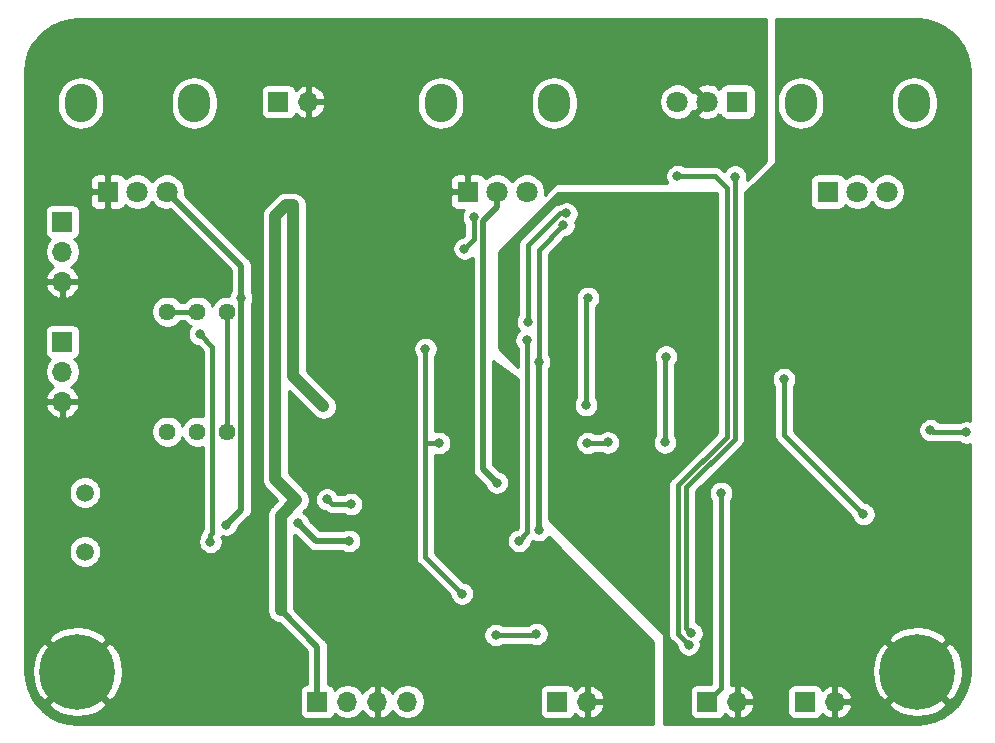
<source format=gbr>
%TF.GenerationSoftware,KiCad,Pcbnew,5.1.6-c6e7f7d~87~ubuntu18.04.1*%
%TF.CreationDate,2020-08-18T12:52:04-04:00*%
%TF.ProjectId,bit_crusher_pedal,6269745f-6372-4757-9368-65725f706564,1*%
%TF.SameCoordinates,Original*%
%TF.FileFunction,Copper,L1,Top*%
%TF.FilePolarity,Positive*%
%FSLAX46Y46*%
G04 Gerber Fmt 4.6, Leading zero omitted, Abs format (unit mm)*
G04 Created by KiCad (PCBNEW 5.1.6-c6e7f7d~87~ubuntu18.04.1) date 2020-08-18 12:52:04*
%MOMM*%
%LPD*%
G01*
G04 APERTURE LIST*
%TA.AperFunction,ComponentPad*%
%ADD10C,1.440000*%
%TD*%
%TA.AperFunction,ComponentPad*%
%ADD11O,1.700000X1.700000*%
%TD*%
%TA.AperFunction,ComponentPad*%
%ADD12R,1.700000X1.700000*%
%TD*%
%TA.AperFunction,ComponentPad*%
%ADD13C,0.800000*%
%TD*%
%TA.AperFunction,ComponentPad*%
%ADD14C,6.400000*%
%TD*%
%TA.AperFunction,ComponentPad*%
%ADD15C,1.500000*%
%TD*%
%TA.AperFunction,ComponentPad*%
%ADD16O,2.720000X3.240000*%
%TD*%
%TA.AperFunction,ComponentPad*%
%ADD17C,1.800000*%
%TD*%
%TA.AperFunction,ComponentPad*%
%ADD18R,1.800000X1.800000*%
%TD*%
%TA.AperFunction,ViaPad*%
%ADD19C,0.800000*%
%TD*%
%TA.AperFunction,ViaPad*%
%ADD20C,1.000000*%
%TD*%
%TA.AperFunction,Conductor*%
%ADD21C,0.400000*%
%TD*%
%TA.AperFunction,Conductor*%
%ADD22C,1.000000*%
%TD*%
%TA.AperFunction,Conductor*%
%ADD23C,0.500000*%
%TD*%
%TA.AperFunction,Conductor*%
%ADD24C,0.254000*%
%TD*%
G04 APERTURE END LIST*
D10*
%TO.P,RV5,3*%
%TO.N,+9V*%
X93980000Y-86360000D03*
%TO.P,RV5,2*%
%TO.N,Net-(R19-Pad1)*%
X91440000Y-86360000D03*
%TO.P,RV5,1*%
X88900000Y-86360000D03*
%TD*%
%TO.P,RV4,3*%
%TO.N,+9V*%
X93980000Y-76200000D03*
%TO.P,RV4,2*%
%TO.N,Net-(R15-Pad1)*%
X91440000Y-76200000D03*
%TO.P,RV4,1*%
X88900000Y-76200000D03*
%TD*%
D11*
%TO.P,J7,2*%
%TO.N,GND*%
X124460000Y-109220000D03*
D12*
%TO.P,J7,1*%
%TO.N,Net-(J7-Pad1)*%
X121920000Y-109220000D03*
%TD*%
D13*
%TO.P,H2,1*%
%TO.N,GND*%
X154097056Y-104982944D03*
X152400000Y-104280000D03*
X150702944Y-104982944D03*
X150000000Y-106680000D03*
X150702944Y-108377056D03*
X152400000Y-109080000D03*
X154097056Y-108377056D03*
X154800000Y-106680000D03*
D14*
X152400000Y-106680000D03*
%TD*%
D13*
%TO.P,H1,1*%
%TO.N,GND*%
X82977056Y-104982944D03*
X81280000Y-104280000D03*
X79582944Y-104982944D03*
X78880000Y-106680000D03*
X79582944Y-108377056D03*
X81280000Y-109080000D03*
X82977056Y-108377056D03*
X83680000Y-106680000D03*
D14*
X81280000Y-106680000D03*
%TD*%
D15*
%TO.P,X1,2*%
%TO.N,Net-(C2-Pad1)*%
X81915000Y-91520000D03*
%TO.P,X1,1*%
%TO.N,Net-(C1-Pad1)*%
X81915000Y-96520000D03*
%TD*%
D16*
%TO.P,RV3,*%
%TO.N,*%
X112040000Y-58540000D03*
X121640000Y-58540000D03*
D17*
%TO.P,RV3,3*%
%TO.N,+3.3VA*%
X119340000Y-66040000D03*
%TO.P,RV3,2*%
%TO.N,Net-(C25-Pad1)*%
X116840000Y-66040000D03*
D18*
%TO.P,RV3,1*%
%TO.N,GND*%
X114340000Y-66040000D03*
%TD*%
D16*
%TO.P,RV2,*%
%TO.N,*%
X81560000Y-58540000D03*
X91160000Y-58540000D03*
D17*
%TO.P,RV2,3*%
%TO.N,+3.3VA*%
X88860000Y-66040000D03*
%TO.P,RV2,2*%
%TO.N,Net-(C23-Pad1)*%
X86360000Y-66040000D03*
D18*
%TO.P,RV2,1*%
%TO.N,GND*%
X83860000Y-66040000D03*
%TD*%
D16*
%TO.P,RV1,*%
%TO.N,*%
X142520000Y-58540000D03*
X152120000Y-58540000D03*
D17*
%TO.P,RV1,3*%
%TO.N,/microcontroller/ADC_in*%
X149820000Y-66040000D03*
%TO.P,RV1,2*%
X147320000Y-66040000D03*
D18*
%TO.P,RV1,1*%
%TO.N,Net-(R5-Pad1)*%
X144820000Y-66040000D03*
%TD*%
D11*
%TO.P,J6,3*%
%TO.N,GND*%
X80010000Y-83820000D03*
%TO.P,J6,2*%
%TO.N,Net-(J6-Pad2)*%
X80010000Y-81280000D03*
D12*
%TO.P,J6,1*%
%TO.N,Net-(J6-Pad1)*%
X80010000Y-78740000D03*
%TD*%
D11*
%TO.P,J5,3*%
%TO.N,GND*%
X80010000Y-73660000D03*
%TO.P,J5,2*%
%TO.N,Net-(J5-Pad2)*%
X80010000Y-71120000D03*
D12*
%TO.P,J5,1*%
%TO.N,Net-(J5-Pad1)*%
X80010000Y-68580000D03*
%TD*%
D11*
%TO.P,J4,2*%
%TO.N,GND*%
X100838000Y-58420000D03*
D12*
%TO.P,J4,1*%
%TO.N,Net-(D2-Pad2)*%
X98298000Y-58420000D03*
%TD*%
D11*
%TO.P,J3,4*%
%TO.N,/microcontroller/SWDIO*%
X109220000Y-109220000D03*
%TO.P,J3,3*%
%TO.N,GND*%
X106680000Y-109220000D03*
%TO.P,J3,2*%
%TO.N,/microcontroller/SWCLK*%
X104140000Y-109220000D03*
D12*
%TO.P,J3,1*%
%TO.N,+3V3*%
X101600000Y-109220000D03*
%TD*%
D11*
%TO.P,J2,2*%
%TO.N,GND*%
X137160000Y-109220000D03*
D12*
%TO.P,J2,1*%
%TO.N,/expander/expander_out*%
X134620000Y-109220000D03*
%TD*%
D11*
%TO.P,J1,2*%
%TO.N,GND*%
X145415000Y-109220000D03*
D12*
%TO.P,J1,1*%
%TO.N,/compressor/compressor_in*%
X142875000Y-109220000D03*
%TD*%
D17*
%TO.P,D1,3*%
%TO.N,Net-(D1-Pad3)*%
X132080000Y-58420000D03*
%TO.P,D1,2*%
%TO.N,GND*%
X134620000Y-58420000D03*
D18*
%TO.P,D1,1*%
%TO.N,Net-(D1-Pad1)*%
X137160000Y-58420000D03*
%TD*%
D19*
%TO.N,GND*%
X139039600Y-73660000D03*
X127000000Y-75895200D03*
X114300000Y-81343500D03*
X117348000Y-81343500D03*
X114147600Y-88595200D03*
X117297200Y-88595200D03*
X101549200Y-99263200D03*
X104648000Y-99263200D03*
X107645200Y-99314000D03*
X130175000Y-97155000D03*
X130175000Y-93980000D03*
X125984000Y-91694000D03*
X122936000Y-97790000D03*
X113284000Y-97536000D03*
X117348000Y-92202000D03*
X112014000Y-92456000D03*
X109474000Y-92456000D03*
X110744000Y-99314000D03*
X110998000Y-105664000D03*
X116078000Y-105664000D03*
X120904000Y-105664000D03*
X129540000Y-105664000D03*
X120904000Y-102108000D03*
X129540000Y-100965000D03*
X90932000Y-92202000D03*
X96520000Y-90424000D03*
X87122000Y-89916000D03*
D20*
X107315000Y-67945000D03*
X109855000Y-67945000D03*
X109855000Y-70485000D03*
X107315000Y-70485000D03*
X101600000Y-68580000D03*
X96520000Y-68580000D03*
X95885000Y-62865000D03*
X95885000Y-60325000D03*
X95885000Y-57785000D03*
X93980000Y-59055000D03*
X93980000Y-61595000D03*
X93980000Y-64135000D03*
X106680000Y-64135000D03*
X106680000Y-60325000D03*
D19*
X123190000Y-74295000D03*
X122555000Y-70485000D03*
X130175000Y-74295000D03*
X130175000Y-70485000D03*
X134620000Y-69215000D03*
X139065000Y-69215000D03*
X144145000Y-69215000D03*
X144145000Y-73025000D03*
X149860000Y-73025000D03*
X149860000Y-69215000D03*
X129540000Y-82550000D03*
X133350000Y-82550000D03*
X133540500Y-74930000D03*
X102235000Y-81915000D03*
X106299000Y-82232500D03*
X121729500Y-92011500D03*
X133350000Y-87630000D03*
X139065000Y-76517500D03*
X134302500Y-97409000D03*
X134302500Y-94551500D03*
X146748500Y-82550000D03*
X114300000Y-77978000D03*
X88392000Y-92202000D03*
X78486000Y-100711000D03*
X83820000Y-102616000D03*
X86657728Y-102572272D03*
X89662000Y-101854000D03*
X144907000Y-92837000D03*
X142557500Y-90741500D03*
X138493500Y-97028000D03*
X138557000Y-94043500D03*
X147002500Y-89535000D03*
X153670000Y-94297500D03*
%TO.N,+3V3*%
X124320410Y-84111990D03*
X124510800Y-75031600D03*
D20*
X102108000Y-84226400D03*
X99568000Y-68630800D03*
X99822000Y-92151200D03*
X99568000Y-67208400D03*
X98481868Y-101466932D03*
X99568000Y-69977000D03*
D19*
%TO.N,+3.3VA*%
X93878400Y-94234000D03*
X104292400Y-95605600D03*
X99974400Y-94132400D03*
X114836525Y-68195875D03*
X95150001Y-75029999D03*
X114046000Y-70866000D03*
%TO.N,/control_voltage_generator/CV_amp_bias*%
X110744000Y-79349600D03*
X113842800Y-100076000D03*
X111912400Y-87325200D03*
%TO.N,/microcontroller/resolution_CV_in*%
X92532223Y-95692324D03*
X91659241Y-78120011D03*
%TO.N,Net-(C25-Pad1)*%
X116789200Y-90678000D03*
%TO.N,+9V*%
X147828000Y-93345000D03*
X141097000Y-81915000D03*
%TO.N,Net-(J6-Pad1)*%
X104444800Y-92506800D03*
X102412800Y-92100400D03*
%TO.N,Net-(R2-Pad2)*%
X116687600Y-103581200D03*
X120142000Y-103479600D03*
X136956800Y-64770000D03*
X133255899Y-103419260D03*
%TO.N,Net-(R3-Pad2)*%
X132079998Y-64719200D03*
X133032501Y-104394000D03*
%TO.N,/microcontroller/ADC_in*%
X120345200Y-80467200D03*
X120345200Y-94691200D03*
X122420403Y-68893483D03*
%TO.N,/variable_gain_amp/audio_in*%
X118668800Y-95605600D03*
X119316500Y-78613000D03*
%TO.N,/expander/expander_in*%
X124460000Y-87325200D03*
X126187200Y-87274400D03*
X131013200Y-87274400D03*
X131114800Y-80010000D03*
%TO.N,/expander/expander_out*%
X135788400Y-91541600D03*
%TO.N,Net-(C30-Pad2)*%
X156527500Y-86423500D03*
X153504990Y-86226412D03*
%TO.N,Net-(R5-Pad2)*%
X122682000Y-67881500D03*
X119430800Y-77076300D03*
%TD*%
D21*
%TO.N,+3V3*%
X124320410Y-84111990D02*
X124320410Y-75221990D01*
X124320410Y-75221990D02*
X124510800Y-75031600D01*
D22*
X99568000Y-81686400D02*
X99568000Y-68630800D01*
X102108000Y-84226400D02*
X99568000Y-81686400D01*
X98907600Y-67208400D02*
X99568000Y-67208400D01*
X99822000Y-92151200D02*
X98044000Y-90373200D01*
X98044000Y-68072000D02*
X98907600Y-67208400D01*
X98044000Y-90373200D02*
X98044000Y-68072000D01*
X98481868Y-93491332D02*
X99822000Y-92151200D01*
X98481868Y-101466932D02*
X98481868Y-93491332D01*
D23*
X101600000Y-104585064D02*
X98481868Y-101466932D01*
X101600000Y-109220000D02*
X101600000Y-104585064D01*
D22*
X99568000Y-68630800D02*
X99568000Y-67208400D01*
D23*
%TO.N,+3.3VA*%
X104292400Y-95605600D02*
X101447600Y-95605600D01*
X101447600Y-95605600D02*
X99974400Y-94132400D01*
X93878400Y-94234000D02*
X95150001Y-92962399D01*
X95150001Y-92962399D02*
X95150001Y-75029999D01*
X95150001Y-72330001D02*
X88860000Y-66040000D01*
X95150001Y-75029999D02*
X95150001Y-72330001D01*
D21*
X114836525Y-70075475D02*
X114046000Y-70866000D01*
X114836525Y-68195875D02*
X114836525Y-70075475D01*
%TO.N,/control_voltage_generator/CV_amp_bias*%
X110744000Y-96977200D02*
X113842800Y-100076000D01*
X110896400Y-87325200D02*
X110744000Y-87172800D01*
X111912400Y-87325200D02*
X110896400Y-87325200D01*
X110744000Y-79349600D02*
X110744000Y-87172800D01*
X110744000Y-87172800D02*
X110744000Y-96977200D01*
%TO.N,/microcontroller/resolution_CV_in*%
X92532223Y-95692324D02*
X92532223Y-95126639D01*
X92707837Y-94951025D02*
X92707837Y-79168607D01*
X92707837Y-79168607D02*
X91659241Y-78120011D01*
X92532223Y-95126639D02*
X92707837Y-94951025D01*
D23*
%TO.N,Net-(C25-Pad1)*%
X115624616Y-89513416D02*
X115624616Y-68528176D01*
X115624616Y-68528176D02*
X116840000Y-67312792D01*
X116789200Y-90678000D02*
X115624616Y-89513416D01*
X116840000Y-67312792D02*
X116840000Y-66040000D01*
D21*
%TO.N,+9V*%
X147828000Y-93345000D02*
X141097000Y-86614000D01*
X141097000Y-86614000D02*
X141097000Y-81915000D01*
X93980000Y-76200000D02*
X93980000Y-86360000D01*
%TO.N,Net-(J6-Pad1)*%
X104444800Y-92506800D02*
X102819200Y-92506800D01*
X102819200Y-92506800D02*
X102412800Y-92100400D01*
%TO.N,Net-(R2-Pad2)*%
X116687600Y-103581200D02*
X120040400Y-103581200D01*
X120040400Y-103581200D02*
X120142000Y-103479600D01*
X132842000Y-103005361D02*
X133255899Y-103419260D01*
X132842000Y-91065326D02*
X132842000Y-103005361D01*
X136956800Y-64770000D02*
X136956800Y-86950526D01*
X136956800Y-86950526D02*
X132842000Y-91065326D01*
%TO.N,Net-(R3-Pad2)*%
X132143500Y-103504999D02*
X133032501Y-104394000D01*
X132143500Y-90915283D02*
X132143500Y-103504999D01*
X136271000Y-86787783D02*
X132143500Y-90915283D01*
X132079998Y-64719200D02*
X135267700Y-64719200D01*
X135267700Y-64719200D02*
X136271000Y-65722500D01*
X136271000Y-65722500D02*
X136271000Y-86787783D01*
D23*
%TO.N,/microcontroller/ADC_in*%
X120345200Y-80467200D02*
X120345200Y-94691200D01*
D21*
X120345200Y-70968686D02*
X122420403Y-68893483D01*
X120345200Y-80467200D02*
X120345200Y-70968686D01*
%TO.N,/variable_gain_amp/audio_in*%
X119380000Y-78676500D02*
X119316500Y-78613000D01*
X118668800Y-95605600D02*
X119380000Y-94894400D01*
X119380000Y-94894400D02*
X119380000Y-78676500D01*
%TO.N,/expander/expander_in*%
X124460000Y-87325200D02*
X126136400Y-87325200D01*
X126136400Y-87325200D02*
X126187200Y-87274400D01*
X131013200Y-87274400D02*
X131013200Y-80111600D01*
X131013200Y-80111600D02*
X131114800Y-80010000D01*
%TO.N,/expander/expander_out*%
X135763000Y-91567000D02*
X135788400Y-91541600D01*
X134620000Y-109220000D02*
X135763000Y-108077000D01*
X135763000Y-108077000D02*
X135763000Y-91567000D01*
%TO.N,Net-(C30-Pad2)*%
X156527500Y-86423500D02*
X153702078Y-86423500D01*
X153702078Y-86423500D02*
X153504990Y-86226412D01*
%TO.N,Net-(R5-Pad2)*%
X122116315Y-67881500D02*
X119430800Y-70567015D01*
X119430800Y-70567015D02*
X119430800Y-77076300D01*
X122682000Y-67881500D02*
X122116315Y-67881500D01*
%TO.N,Net-(R15-Pad1)*%
X91440000Y-76200000D02*
X88900000Y-76200000D01*
%TD*%
D24*
%TO.N,GND*%
G36*
X153182249Y-51532437D02*
G01*
X153939774Y-51739672D01*
X154648625Y-52077777D01*
X155286404Y-52536067D01*
X155832946Y-53100055D01*
X156270977Y-53751913D01*
X156586651Y-54471038D01*
X156771206Y-55239768D01*
X156820001Y-55904221D01*
X156820000Y-85426405D01*
X156629439Y-85388500D01*
X156425561Y-85388500D01*
X156225602Y-85428274D01*
X156037244Y-85506295D01*
X155914215Y-85588500D01*
X154323535Y-85588500D01*
X154308927Y-85566638D01*
X154164764Y-85422475D01*
X153995246Y-85309207D01*
X153806888Y-85231186D01*
X153606929Y-85191412D01*
X153403051Y-85191412D01*
X153203092Y-85231186D01*
X153014734Y-85309207D01*
X152845216Y-85422475D01*
X152701053Y-85566638D01*
X152587785Y-85736156D01*
X152509764Y-85924514D01*
X152469990Y-86124473D01*
X152469990Y-86328351D01*
X152509764Y-86528310D01*
X152587785Y-86716668D01*
X152701053Y-86886186D01*
X152845216Y-87030349D01*
X153014734Y-87143617D01*
X153203092Y-87221638D01*
X153403051Y-87261412D01*
X153606929Y-87261412D01*
X153634647Y-87255899D01*
X153661059Y-87258500D01*
X153661060Y-87258500D01*
X153702078Y-87262540D01*
X153743096Y-87258500D01*
X155914215Y-87258500D01*
X156037244Y-87340705D01*
X156225602Y-87418726D01*
X156425561Y-87458500D01*
X156629439Y-87458500D01*
X156820000Y-87420595D01*
X156820000Y-106650608D01*
X156747563Y-107462249D01*
X156540328Y-108219774D01*
X156202221Y-108928627D01*
X155743928Y-109566410D01*
X155179945Y-110112946D01*
X154528085Y-110550978D01*
X153808963Y-110866651D01*
X153040232Y-111051206D01*
X152375792Y-111100000D01*
X130937000Y-111100000D01*
X130937000Y-108370000D01*
X133131928Y-108370000D01*
X133131928Y-110070000D01*
X133144188Y-110194482D01*
X133180498Y-110314180D01*
X133239463Y-110424494D01*
X133318815Y-110521185D01*
X133415506Y-110600537D01*
X133525820Y-110659502D01*
X133645518Y-110695812D01*
X133770000Y-110708072D01*
X135470000Y-110708072D01*
X135594482Y-110695812D01*
X135714180Y-110659502D01*
X135824494Y-110600537D01*
X135921185Y-110521185D01*
X136000537Y-110424494D01*
X136059502Y-110314180D01*
X136083966Y-110233534D01*
X136159731Y-110317588D01*
X136393080Y-110491641D01*
X136655901Y-110616825D01*
X136803110Y-110661476D01*
X137033000Y-110540155D01*
X137033000Y-109347000D01*
X137287000Y-109347000D01*
X137287000Y-110540155D01*
X137516890Y-110661476D01*
X137664099Y-110616825D01*
X137926920Y-110491641D01*
X138160269Y-110317588D01*
X138355178Y-110101355D01*
X138504157Y-109851252D01*
X138601481Y-109576891D01*
X138480814Y-109347000D01*
X137287000Y-109347000D01*
X137033000Y-109347000D01*
X137013000Y-109347000D01*
X137013000Y-109093000D01*
X137033000Y-109093000D01*
X137033000Y-107899845D01*
X137287000Y-107899845D01*
X137287000Y-109093000D01*
X138480814Y-109093000D01*
X138601481Y-108863109D01*
X138504157Y-108588748D01*
X138373856Y-108370000D01*
X141386928Y-108370000D01*
X141386928Y-110070000D01*
X141399188Y-110194482D01*
X141435498Y-110314180D01*
X141494463Y-110424494D01*
X141573815Y-110521185D01*
X141670506Y-110600537D01*
X141780820Y-110659502D01*
X141900518Y-110695812D01*
X142025000Y-110708072D01*
X143725000Y-110708072D01*
X143849482Y-110695812D01*
X143969180Y-110659502D01*
X144079494Y-110600537D01*
X144176185Y-110521185D01*
X144255537Y-110424494D01*
X144314502Y-110314180D01*
X144338966Y-110233534D01*
X144414731Y-110317588D01*
X144648080Y-110491641D01*
X144910901Y-110616825D01*
X145058110Y-110661476D01*
X145288000Y-110540155D01*
X145288000Y-109347000D01*
X145542000Y-109347000D01*
X145542000Y-110540155D01*
X145771890Y-110661476D01*
X145919099Y-110616825D01*
X146181920Y-110491641D01*
X146415269Y-110317588D01*
X146610178Y-110101355D01*
X146759157Y-109851252D01*
X146856481Y-109576891D01*
X146753598Y-109380881D01*
X149878724Y-109380881D01*
X150238912Y-109870548D01*
X150902882Y-110230849D01*
X151624385Y-110454694D01*
X152375695Y-110533480D01*
X153127938Y-110464178D01*
X153852208Y-110249452D01*
X154520670Y-109897555D01*
X154561088Y-109870548D01*
X154921276Y-109380881D01*
X152400000Y-106859605D01*
X149878724Y-109380881D01*
X146753598Y-109380881D01*
X146735814Y-109347000D01*
X145542000Y-109347000D01*
X145288000Y-109347000D01*
X145268000Y-109347000D01*
X145268000Y-109093000D01*
X145288000Y-109093000D01*
X145288000Y-107899845D01*
X145542000Y-107899845D01*
X145542000Y-109093000D01*
X146735814Y-109093000D01*
X146856481Y-108863109D01*
X146759157Y-108588748D01*
X146610178Y-108338645D01*
X146415269Y-108122412D01*
X146181920Y-107948359D01*
X145919099Y-107823175D01*
X145771890Y-107778524D01*
X145542000Y-107899845D01*
X145288000Y-107899845D01*
X145058110Y-107778524D01*
X144910901Y-107823175D01*
X144648080Y-107948359D01*
X144414731Y-108122412D01*
X144338966Y-108206466D01*
X144314502Y-108125820D01*
X144255537Y-108015506D01*
X144176185Y-107918815D01*
X144079494Y-107839463D01*
X143969180Y-107780498D01*
X143849482Y-107744188D01*
X143725000Y-107731928D01*
X142025000Y-107731928D01*
X141900518Y-107744188D01*
X141780820Y-107780498D01*
X141670506Y-107839463D01*
X141573815Y-107918815D01*
X141494463Y-108015506D01*
X141435498Y-108125820D01*
X141399188Y-108245518D01*
X141386928Y-108370000D01*
X138373856Y-108370000D01*
X138355178Y-108338645D01*
X138160269Y-108122412D01*
X137926920Y-107948359D01*
X137664099Y-107823175D01*
X137516890Y-107778524D01*
X137287000Y-107899845D01*
X137033000Y-107899845D01*
X136803110Y-107778524D01*
X136655901Y-107823175D01*
X136598000Y-107850754D01*
X136598000Y-106655695D01*
X148546520Y-106655695D01*
X148615822Y-107407938D01*
X148830548Y-108132208D01*
X149182445Y-108800670D01*
X149209452Y-108841088D01*
X149699119Y-109201276D01*
X152220395Y-106680000D01*
X152579605Y-106680000D01*
X155100881Y-109201276D01*
X155590548Y-108841088D01*
X155950849Y-108177118D01*
X156174694Y-107455615D01*
X156253480Y-106704305D01*
X156184178Y-105952062D01*
X155969452Y-105227792D01*
X155617555Y-104559330D01*
X155590548Y-104518912D01*
X155100881Y-104158724D01*
X152579605Y-106680000D01*
X152220395Y-106680000D01*
X149699119Y-104158724D01*
X149209452Y-104518912D01*
X148849151Y-105182882D01*
X148625306Y-105904385D01*
X148546520Y-106655695D01*
X136598000Y-106655695D01*
X136598000Y-103979119D01*
X149878724Y-103979119D01*
X152400000Y-106500395D01*
X154921276Y-103979119D01*
X154561088Y-103489452D01*
X153897118Y-103129151D01*
X153175615Y-102905306D01*
X152424305Y-102826520D01*
X151672062Y-102895822D01*
X150947792Y-103110548D01*
X150279330Y-103462445D01*
X150238912Y-103489452D01*
X149878724Y-103979119D01*
X136598000Y-103979119D01*
X136598000Y-92192899D01*
X136705605Y-92031856D01*
X136783626Y-91843498D01*
X136823400Y-91643539D01*
X136823400Y-91439661D01*
X136783626Y-91239702D01*
X136705605Y-91051344D01*
X136592337Y-90881826D01*
X136448174Y-90737663D01*
X136278656Y-90624395D01*
X136090298Y-90546374D01*
X135890339Y-90506600D01*
X135686461Y-90506600D01*
X135486502Y-90546374D01*
X135298144Y-90624395D01*
X135128626Y-90737663D01*
X134984463Y-90881826D01*
X134871195Y-91051344D01*
X134793174Y-91239702D01*
X134753400Y-91439661D01*
X134753400Y-91643539D01*
X134793174Y-91843498D01*
X134871195Y-92031856D01*
X134928001Y-92116872D01*
X134928000Y-107731132D01*
X134927204Y-107731928D01*
X133770000Y-107731928D01*
X133645518Y-107744188D01*
X133525820Y-107780498D01*
X133415506Y-107839463D01*
X133318815Y-107918815D01*
X133239463Y-108015506D01*
X133180498Y-108125820D01*
X133144188Y-108245518D01*
X133131928Y-108370000D01*
X130937000Y-108370000D01*
X130937000Y-103505000D01*
X130934560Y-103480224D01*
X130927333Y-103456399D01*
X130915597Y-103434443D01*
X130899803Y-103415197D01*
X121230200Y-93745594D01*
X121230200Y-87223261D01*
X123425000Y-87223261D01*
X123425000Y-87427139D01*
X123464774Y-87627098D01*
X123542795Y-87815456D01*
X123656063Y-87984974D01*
X123800226Y-88129137D01*
X123969744Y-88242405D01*
X124158102Y-88320426D01*
X124358061Y-88360200D01*
X124561939Y-88360200D01*
X124761898Y-88320426D01*
X124950256Y-88242405D01*
X125073285Y-88160200D01*
X125649943Y-88160200D01*
X125696944Y-88191605D01*
X125885302Y-88269626D01*
X126085261Y-88309400D01*
X126289139Y-88309400D01*
X126489098Y-88269626D01*
X126677456Y-88191605D01*
X126846974Y-88078337D01*
X126991137Y-87934174D01*
X127104405Y-87764656D01*
X127182426Y-87576298D01*
X127222200Y-87376339D01*
X127222200Y-87172461D01*
X129978200Y-87172461D01*
X129978200Y-87376339D01*
X130017974Y-87576298D01*
X130095995Y-87764656D01*
X130209263Y-87934174D01*
X130353426Y-88078337D01*
X130522944Y-88191605D01*
X130711302Y-88269626D01*
X130911261Y-88309400D01*
X131115139Y-88309400D01*
X131315098Y-88269626D01*
X131503456Y-88191605D01*
X131672974Y-88078337D01*
X131817137Y-87934174D01*
X131930405Y-87764656D01*
X132008426Y-87576298D01*
X132048200Y-87376339D01*
X132048200Y-87172461D01*
X132008426Y-86972502D01*
X131930405Y-86784144D01*
X131848200Y-86661115D01*
X131848200Y-80740311D01*
X131918737Y-80669774D01*
X132032005Y-80500256D01*
X132110026Y-80311898D01*
X132149800Y-80111939D01*
X132149800Y-79908061D01*
X132110026Y-79708102D01*
X132032005Y-79519744D01*
X131918737Y-79350226D01*
X131774574Y-79206063D01*
X131605056Y-79092795D01*
X131416698Y-79014774D01*
X131216739Y-78975000D01*
X131012861Y-78975000D01*
X130812902Y-79014774D01*
X130624544Y-79092795D01*
X130455026Y-79206063D01*
X130310863Y-79350226D01*
X130197595Y-79519744D01*
X130119574Y-79708102D01*
X130079800Y-79908061D01*
X130079800Y-80111939D01*
X130119574Y-80311898D01*
X130178201Y-80453435D01*
X130178200Y-86661115D01*
X130095995Y-86784144D01*
X130017974Y-86972502D01*
X129978200Y-87172461D01*
X127222200Y-87172461D01*
X127182426Y-86972502D01*
X127104405Y-86784144D01*
X126991137Y-86614626D01*
X126846974Y-86470463D01*
X126677456Y-86357195D01*
X126489098Y-86279174D01*
X126289139Y-86239400D01*
X126085261Y-86239400D01*
X125885302Y-86279174D01*
X125696944Y-86357195D01*
X125527426Y-86470463D01*
X125507689Y-86490200D01*
X125073285Y-86490200D01*
X124950256Y-86407995D01*
X124761898Y-86329974D01*
X124561939Y-86290200D01*
X124358061Y-86290200D01*
X124158102Y-86329974D01*
X123969744Y-86407995D01*
X123800226Y-86521263D01*
X123656063Y-86665426D01*
X123542795Y-86834944D01*
X123464774Y-87023302D01*
X123425000Y-87223261D01*
X121230200Y-87223261D01*
X121230200Y-84010051D01*
X123285410Y-84010051D01*
X123285410Y-84213929D01*
X123325184Y-84413888D01*
X123403205Y-84602246D01*
X123516473Y-84771764D01*
X123660636Y-84915927D01*
X123830154Y-85029195D01*
X124018512Y-85107216D01*
X124218471Y-85146990D01*
X124422349Y-85146990D01*
X124622308Y-85107216D01*
X124810666Y-85029195D01*
X124980184Y-84915927D01*
X125124347Y-84771764D01*
X125237615Y-84602246D01*
X125315636Y-84413888D01*
X125355410Y-84213929D01*
X125355410Y-84010051D01*
X125315636Y-83810092D01*
X125237615Y-83621734D01*
X125155410Y-83498705D01*
X125155410Y-75845669D01*
X125170574Y-75835537D01*
X125314737Y-75691374D01*
X125428005Y-75521856D01*
X125506026Y-75333498D01*
X125545800Y-75133539D01*
X125545800Y-74929661D01*
X125506026Y-74729702D01*
X125428005Y-74541344D01*
X125314737Y-74371826D01*
X125170574Y-74227663D01*
X125001056Y-74114395D01*
X124812698Y-74036374D01*
X124612739Y-73996600D01*
X124408861Y-73996600D01*
X124208902Y-74036374D01*
X124020544Y-74114395D01*
X123851026Y-74227663D01*
X123706863Y-74371826D01*
X123593595Y-74541344D01*
X123515574Y-74729702D01*
X123475800Y-74929661D01*
X123475800Y-75133539D01*
X123485352Y-75181560D01*
X123481370Y-75221990D01*
X123485411Y-75263019D01*
X123485410Y-83498705D01*
X123403205Y-83621734D01*
X123325184Y-83810092D01*
X123285410Y-84010051D01*
X121230200Y-84010051D01*
X121230200Y-81005654D01*
X121262405Y-80957456D01*
X121340426Y-80769098D01*
X121380200Y-80569139D01*
X121380200Y-80365261D01*
X121340426Y-80165302D01*
X121262405Y-79976944D01*
X121180200Y-79853915D01*
X121180200Y-71314553D01*
X122577178Y-69917575D01*
X122722301Y-69888709D01*
X122910659Y-69810688D01*
X123080177Y-69697420D01*
X123224340Y-69553257D01*
X123337608Y-69383739D01*
X123415629Y-69195381D01*
X123455403Y-68995422D01*
X123455403Y-68791544D01*
X123418947Y-68608264D01*
X123485937Y-68541274D01*
X123599205Y-68371756D01*
X123677226Y-68183398D01*
X123717000Y-67983439D01*
X123717000Y-67779561D01*
X123677226Y-67579602D01*
X123599205Y-67391244D01*
X123485937Y-67221726D01*
X123341774Y-67077563D01*
X123172256Y-66964295D01*
X122983898Y-66886274D01*
X122783939Y-66846500D01*
X122580061Y-66846500D01*
X122380102Y-66886274D01*
X122191744Y-66964295D01*
X122067577Y-67047260D01*
X121952626Y-67058582D01*
X121795228Y-67106328D01*
X121650169Y-67183864D01*
X121523024Y-67288209D01*
X121496878Y-67320068D01*
X118869379Y-69947569D01*
X118837509Y-69973724D01*
X118733165Y-70100869D01*
X118733164Y-70100870D01*
X118655628Y-70245929D01*
X118607882Y-70403327D01*
X118591760Y-70567015D01*
X118595800Y-70608034D01*
X118595801Y-76463014D01*
X118513595Y-76586044D01*
X118435574Y-76774402D01*
X118395800Y-76974361D01*
X118395800Y-77178239D01*
X118435574Y-77378198D01*
X118513595Y-77566556D01*
X118626863Y-77736074D01*
X118682578Y-77791789D01*
X118656726Y-77809063D01*
X118512563Y-77953226D01*
X118399295Y-78122744D01*
X118321274Y-78311102D01*
X118281500Y-78511061D01*
X118281500Y-78714939D01*
X118321274Y-78914898D01*
X118399295Y-79103256D01*
X118512563Y-79272774D01*
X118545001Y-79305212D01*
X118545001Y-80900395D01*
X116967000Y-79322394D01*
X116967000Y-71172606D01*
X121972606Y-66167000D01*
X135436000Y-66167000D01*
X135436001Y-86441914D01*
X131582079Y-90295837D01*
X131550209Y-90321992D01*
X131505803Y-90376102D01*
X131445864Y-90449138D01*
X131368328Y-90594197D01*
X131320582Y-90751595D01*
X131304460Y-90915283D01*
X131308500Y-90956302D01*
X131308501Y-103463970D01*
X131304460Y-103504999D01*
X131320582Y-103668687D01*
X131368328Y-103826085D01*
X131445176Y-103969856D01*
X131445865Y-103971145D01*
X131550210Y-104098290D01*
X131582074Y-104124440D01*
X132008408Y-104550775D01*
X132037275Y-104695898D01*
X132115296Y-104884256D01*
X132228564Y-105053774D01*
X132372727Y-105197937D01*
X132542245Y-105311205D01*
X132730603Y-105389226D01*
X132930562Y-105429000D01*
X133134440Y-105429000D01*
X133334399Y-105389226D01*
X133522757Y-105311205D01*
X133692275Y-105197937D01*
X133836438Y-105053774D01*
X133949706Y-104884256D01*
X134027727Y-104695898D01*
X134067501Y-104495939D01*
X134067501Y-104292061D01*
X134030886Y-104107984D01*
X134059836Y-104079034D01*
X134173104Y-103909516D01*
X134251125Y-103721158D01*
X134290899Y-103521199D01*
X134290899Y-103317321D01*
X134251125Y-103117362D01*
X134173104Y-102929004D01*
X134059836Y-102759486D01*
X133915673Y-102615323D01*
X133746155Y-102502055D01*
X133677000Y-102473410D01*
X133677000Y-91411193D01*
X137518227Y-87569967D01*
X137550091Y-87543817D01*
X137654436Y-87416672D01*
X137731972Y-87271613D01*
X137779718Y-87114215D01*
X137791800Y-86991545D01*
X137795840Y-86950526D01*
X137791800Y-86909508D01*
X137791800Y-81813061D01*
X140062000Y-81813061D01*
X140062000Y-82016939D01*
X140101774Y-82216898D01*
X140179795Y-82405256D01*
X140262001Y-82528286D01*
X140262000Y-86572981D01*
X140257960Y-86614000D01*
X140262000Y-86655018D01*
X140274082Y-86777688D01*
X140321828Y-86935086D01*
X140399364Y-87080145D01*
X140503709Y-87207291D01*
X140535579Y-87233446D01*
X146803908Y-93501776D01*
X146832774Y-93646898D01*
X146910795Y-93835256D01*
X147024063Y-94004774D01*
X147168226Y-94148937D01*
X147337744Y-94262205D01*
X147526102Y-94340226D01*
X147726061Y-94380000D01*
X147929939Y-94380000D01*
X148129898Y-94340226D01*
X148318256Y-94262205D01*
X148487774Y-94148937D01*
X148631937Y-94004774D01*
X148745205Y-93835256D01*
X148823226Y-93646898D01*
X148863000Y-93446939D01*
X148863000Y-93243061D01*
X148823226Y-93043102D01*
X148745205Y-92854744D01*
X148631937Y-92685226D01*
X148487774Y-92541063D01*
X148318256Y-92427795D01*
X148129898Y-92349774D01*
X147984776Y-92320908D01*
X141932000Y-86268133D01*
X141932000Y-82528285D01*
X142014205Y-82405256D01*
X142092226Y-82216898D01*
X142132000Y-82016939D01*
X142132000Y-81813061D01*
X142092226Y-81613102D01*
X142014205Y-81424744D01*
X141900937Y-81255226D01*
X141756774Y-81111063D01*
X141587256Y-80997795D01*
X141398898Y-80919774D01*
X141198939Y-80880000D01*
X140995061Y-80880000D01*
X140795102Y-80919774D01*
X140606744Y-80997795D01*
X140437226Y-81111063D01*
X140293063Y-81255226D01*
X140179795Y-81424744D01*
X140101774Y-81613102D01*
X140062000Y-81813061D01*
X137791800Y-81813061D01*
X137791800Y-66102150D01*
X138511303Y-65502564D01*
X138519803Y-65494803D01*
X138874606Y-65140000D01*
X143281928Y-65140000D01*
X143281928Y-66940000D01*
X143294188Y-67064482D01*
X143330498Y-67184180D01*
X143389463Y-67294494D01*
X143468815Y-67391185D01*
X143565506Y-67470537D01*
X143675820Y-67529502D01*
X143795518Y-67565812D01*
X143920000Y-67578072D01*
X145720000Y-67578072D01*
X145844482Y-67565812D01*
X145964180Y-67529502D01*
X146074494Y-67470537D01*
X146171185Y-67391185D01*
X146250537Y-67294494D01*
X146303880Y-67194697D01*
X146341495Y-67232312D01*
X146592905Y-67400299D01*
X146872257Y-67516011D01*
X147168816Y-67575000D01*
X147471184Y-67575000D01*
X147767743Y-67516011D01*
X148047095Y-67400299D01*
X148298505Y-67232312D01*
X148512312Y-67018505D01*
X148570000Y-66932169D01*
X148627688Y-67018505D01*
X148841495Y-67232312D01*
X149092905Y-67400299D01*
X149372257Y-67516011D01*
X149668816Y-67575000D01*
X149971184Y-67575000D01*
X150267743Y-67516011D01*
X150547095Y-67400299D01*
X150798505Y-67232312D01*
X151012312Y-67018505D01*
X151180299Y-66767095D01*
X151296011Y-66487743D01*
X151355000Y-66191184D01*
X151355000Y-65888816D01*
X151296011Y-65592257D01*
X151180299Y-65312905D01*
X151012312Y-65061495D01*
X150798505Y-64847688D01*
X150547095Y-64679701D01*
X150267743Y-64563989D01*
X149971184Y-64505000D01*
X149668816Y-64505000D01*
X149372257Y-64563989D01*
X149092905Y-64679701D01*
X148841495Y-64847688D01*
X148627688Y-65061495D01*
X148570000Y-65147831D01*
X148512312Y-65061495D01*
X148298505Y-64847688D01*
X148047095Y-64679701D01*
X147767743Y-64563989D01*
X147471184Y-64505000D01*
X147168816Y-64505000D01*
X146872257Y-64563989D01*
X146592905Y-64679701D01*
X146341495Y-64847688D01*
X146303880Y-64885303D01*
X146250537Y-64785506D01*
X146171185Y-64688815D01*
X146074494Y-64609463D01*
X145964180Y-64550498D01*
X145844482Y-64514188D01*
X145720000Y-64501928D01*
X143920000Y-64501928D01*
X143795518Y-64514188D01*
X143675820Y-64550498D01*
X143565506Y-64609463D01*
X143468815Y-64688815D01*
X143389463Y-64785506D01*
X143330498Y-64895820D01*
X143294188Y-65015518D01*
X143281928Y-65140000D01*
X138874606Y-65140000D01*
X140424803Y-63589803D01*
X140440597Y-63570557D01*
X140452333Y-63548601D01*
X140459560Y-63524776D01*
X140462000Y-63500000D01*
X140462000Y-58182002D01*
X140525000Y-58182002D01*
X140525000Y-58897997D01*
X140553867Y-59191087D01*
X140667943Y-59567146D01*
X140853193Y-59913725D01*
X141102497Y-60217503D01*
X141406275Y-60466807D01*
X141752853Y-60652057D01*
X142128912Y-60766133D01*
X142520000Y-60804652D01*
X142911087Y-60766133D01*
X143287146Y-60652057D01*
X143633725Y-60466807D01*
X143937503Y-60217503D01*
X144186807Y-59913725D01*
X144372057Y-59567147D01*
X144486133Y-59191088D01*
X144515000Y-58897998D01*
X144515000Y-58182003D01*
X144515000Y-58182002D01*
X150125000Y-58182002D01*
X150125000Y-58897997D01*
X150153867Y-59191087D01*
X150267943Y-59567146D01*
X150453193Y-59913725D01*
X150702497Y-60217503D01*
X151006275Y-60466807D01*
X151352853Y-60652057D01*
X151728912Y-60766133D01*
X152120000Y-60804652D01*
X152511087Y-60766133D01*
X152887146Y-60652057D01*
X153233725Y-60466807D01*
X153537503Y-60217503D01*
X153786807Y-59913725D01*
X153972057Y-59567147D01*
X154086133Y-59191088D01*
X154115000Y-58897998D01*
X154115000Y-58182003D01*
X154086133Y-57888913D01*
X153972057Y-57512853D01*
X153786807Y-57166275D01*
X153537503Y-56862497D01*
X153233725Y-56613193D01*
X152887147Y-56427943D01*
X152511088Y-56313867D01*
X152120000Y-56275348D01*
X151728913Y-56313867D01*
X151352854Y-56427943D01*
X151006276Y-56613193D01*
X150702498Y-56862497D01*
X150453193Y-57166275D01*
X150267943Y-57512853D01*
X150153867Y-57888912D01*
X150125000Y-58182002D01*
X144515000Y-58182002D01*
X144486133Y-57888913D01*
X144372057Y-57512853D01*
X144186807Y-57166275D01*
X143937503Y-56862497D01*
X143633725Y-56613193D01*
X143287147Y-56427943D01*
X142911088Y-56313867D01*
X142520000Y-56275348D01*
X142128913Y-56313867D01*
X141752854Y-56427943D01*
X141406276Y-56613193D01*
X141102498Y-56862497D01*
X140853193Y-57166275D01*
X140667943Y-57512853D01*
X140553867Y-57888912D01*
X140525000Y-58182002D01*
X140462000Y-58182002D01*
X140462000Y-51460000D01*
X152370608Y-51460000D01*
X153182249Y-51532437D01*
G37*
X153182249Y-51532437D02*
X153939774Y-51739672D01*
X154648625Y-52077777D01*
X155286404Y-52536067D01*
X155832946Y-53100055D01*
X156270977Y-53751913D01*
X156586651Y-54471038D01*
X156771206Y-55239768D01*
X156820001Y-55904221D01*
X156820000Y-85426405D01*
X156629439Y-85388500D01*
X156425561Y-85388500D01*
X156225602Y-85428274D01*
X156037244Y-85506295D01*
X155914215Y-85588500D01*
X154323535Y-85588500D01*
X154308927Y-85566638D01*
X154164764Y-85422475D01*
X153995246Y-85309207D01*
X153806888Y-85231186D01*
X153606929Y-85191412D01*
X153403051Y-85191412D01*
X153203092Y-85231186D01*
X153014734Y-85309207D01*
X152845216Y-85422475D01*
X152701053Y-85566638D01*
X152587785Y-85736156D01*
X152509764Y-85924514D01*
X152469990Y-86124473D01*
X152469990Y-86328351D01*
X152509764Y-86528310D01*
X152587785Y-86716668D01*
X152701053Y-86886186D01*
X152845216Y-87030349D01*
X153014734Y-87143617D01*
X153203092Y-87221638D01*
X153403051Y-87261412D01*
X153606929Y-87261412D01*
X153634647Y-87255899D01*
X153661059Y-87258500D01*
X153661060Y-87258500D01*
X153702078Y-87262540D01*
X153743096Y-87258500D01*
X155914215Y-87258500D01*
X156037244Y-87340705D01*
X156225602Y-87418726D01*
X156425561Y-87458500D01*
X156629439Y-87458500D01*
X156820000Y-87420595D01*
X156820000Y-106650608D01*
X156747563Y-107462249D01*
X156540328Y-108219774D01*
X156202221Y-108928627D01*
X155743928Y-109566410D01*
X155179945Y-110112946D01*
X154528085Y-110550978D01*
X153808963Y-110866651D01*
X153040232Y-111051206D01*
X152375792Y-111100000D01*
X130937000Y-111100000D01*
X130937000Y-108370000D01*
X133131928Y-108370000D01*
X133131928Y-110070000D01*
X133144188Y-110194482D01*
X133180498Y-110314180D01*
X133239463Y-110424494D01*
X133318815Y-110521185D01*
X133415506Y-110600537D01*
X133525820Y-110659502D01*
X133645518Y-110695812D01*
X133770000Y-110708072D01*
X135470000Y-110708072D01*
X135594482Y-110695812D01*
X135714180Y-110659502D01*
X135824494Y-110600537D01*
X135921185Y-110521185D01*
X136000537Y-110424494D01*
X136059502Y-110314180D01*
X136083966Y-110233534D01*
X136159731Y-110317588D01*
X136393080Y-110491641D01*
X136655901Y-110616825D01*
X136803110Y-110661476D01*
X137033000Y-110540155D01*
X137033000Y-109347000D01*
X137287000Y-109347000D01*
X137287000Y-110540155D01*
X137516890Y-110661476D01*
X137664099Y-110616825D01*
X137926920Y-110491641D01*
X138160269Y-110317588D01*
X138355178Y-110101355D01*
X138504157Y-109851252D01*
X138601481Y-109576891D01*
X138480814Y-109347000D01*
X137287000Y-109347000D01*
X137033000Y-109347000D01*
X137013000Y-109347000D01*
X137013000Y-109093000D01*
X137033000Y-109093000D01*
X137033000Y-107899845D01*
X137287000Y-107899845D01*
X137287000Y-109093000D01*
X138480814Y-109093000D01*
X138601481Y-108863109D01*
X138504157Y-108588748D01*
X138373856Y-108370000D01*
X141386928Y-108370000D01*
X141386928Y-110070000D01*
X141399188Y-110194482D01*
X141435498Y-110314180D01*
X141494463Y-110424494D01*
X141573815Y-110521185D01*
X141670506Y-110600537D01*
X141780820Y-110659502D01*
X141900518Y-110695812D01*
X142025000Y-110708072D01*
X143725000Y-110708072D01*
X143849482Y-110695812D01*
X143969180Y-110659502D01*
X144079494Y-110600537D01*
X144176185Y-110521185D01*
X144255537Y-110424494D01*
X144314502Y-110314180D01*
X144338966Y-110233534D01*
X144414731Y-110317588D01*
X144648080Y-110491641D01*
X144910901Y-110616825D01*
X145058110Y-110661476D01*
X145288000Y-110540155D01*
X145288000Y-109347000D01*
X145542000Y-109347000D01*
X145542000Y-110540155D01*
X145771890Y-110661476D01*
X145919099Y-110616825D01*
X146181920Y-110491641D01*
X146415269Y-110317588D01*
X146610178Y-110101355D01*
X146759157Y-109851252D01*
X146856481Y-109576891D01*
X146753598Y-109380881D01*
X149878724Y-109380881D01*
X150238912Y-109870548D01*
X150902882Y-110230849D01*
X151624385Y-110454694D01*
X152375695Y-110533480D01*
X153127938Y-110464178D01*
X153852208Y-110249452D01*
X154520670Y-109897555D01*
X154561088Y-109870548D01*
X154921276Y-109380881D01*
X152400000Y-106859605D01*
X149878724Y-109380881D01*
X146753598Y-109380881D01*
X146735814Y-109347000D01*
X145542000Y-109347000D01*
X145288000Y-109347000D01*
X145268000Y-109347000D01*
X145268000Y-109093000D01*
X145288000Y-109093000D01*
X145288000Y-107899845D01*
X145542000Y-107899845D01*
X145542000Y-109093000D01*
X146735814Y-109093000D01*
X146856481Y-108863109D01*
X146759157Y-108588748D01*
X146610178Y-108338645D01*
X146415269Y-108122412D01*
X146181920Y-107948359D01*
X145919099Y-107823175D01*
X145771890Y-107778524D01*
X145542000Y-107899845D01*
X145288000Y-107899845D01*
X145058110Y-107778524D01*
X144910901Y-107823175D01*
X144648080Y-107948359D01*
X144414731Y-108122412D01*
X144338966Y-108206466D01*
X144314502Y-108125820D01*
X144255537Y-108015506D01*
X144176185Y-107918815D01*
X144079494Y-107839463D01*
X143969180Y-107780498D01*
X143849482Y-107744188D01*
X143725000Y-107731928D01*
X142025000Y-107731928D01*
X141900518Y-107744188D01*
X141780820Y-107780498D01*
X141670506Y-107839463D01*
X141573815Y-107918815D01*
X141494463Y-108015506D01*
X141435498Y-108125820D01*
X141399188Y-108245518D01*
X141386928Y-108370000D01*
X138373856Y-108370000D01*
X138355178Y-108338645D01*
X138160269Y-108122412D01*
X137926920Y-107948359D01*
X137664099Y-107823175D01*
X137516890Y-107778524D01*
X137287000Y-107899845D01*
X137033000Y-107899845D01*
X136803110Y-107778524D01*
X136655901Y-107823175D01*
X136598000Y-107850754D01*
X136598000Y-106655695D01*
X148546520Y-106655695D01*
X148615822Y-107407938D01*
X148830548Y-108132208D01*
X149182445Y-108800670D01*
X149209452Y-108841088D01*
X149699119Y-109201276D01*
X152220395Y-106680000D01*
X152579605Y-106680000D01*
X155100881Y-109201276D01*
X155590548Y-108841088D01*
X155950849Y-108177118D01*
X156174694Y-107455615D01*
X156253480Y-106704305D01*
X156184178Y-105952062D01*
X155969452Y-105227792D01*
X155617555Y-104559330D01*
X155590548Y-104518912D01*
X155100881Y-104158724D01*
X152579605Y-106680000D01*
X152220395Y-106680000D01*
X149699119Y-104158724D01*
X149209452Y-104518912D01*
X148849151Y-105182882D01*
X148625306Y-105904385D01*
X148546520Y-106655695D01*
X136598000Y-106655695D01*
X136598000Y-103979119D01*
X149878724Y-103979119D01*
X152400000Y-106500395D01*
X154921276Y-103979119D01*
X154561088Y-103489452D01*
X153897118Y-103129151D01*
X153175615Y-102905306D01*
X152424305Y-102826520D01*
X151672062Y-102895822D01*
X150947792Y-103110548D01*
X150279330Y-103462445D01*
X150238912Y-103489452D01*
X149878724Y-103979119D01*
X136598000Y-103979119D01*
X136598000Y-92192899D01*
X136705605Y-92031856D01*
X136783626Y-91843498D01*
X136823400Y-91643539D01*
X136823400Y-91439661D01*
X136783626Y-91239702D01*
X136705605Y-91051344D01*
X136592337Y-90881826D01*
X136448174Y-90737663D01*
X136278656Y-90624395D01*
X136090298Y-90546374D01*
X135890339Y-90506600D01*
X135686461Y-90506600D01*
X135486502Y-90546374D01*
X135298144Y-90624395D01*
X135128626Y-90737663D01*
X134984463Y-90881826D01*
X134871195Y-91051344D01*
X134793174Y-91239702D01*
X134753400Y-91439661D01*
X134753400Y-91643539D01*
X134793174Y-91843498D01*
X134871195Y-92031856D01*
X134928001Y-92116872D01*
X134928000Y-107731132D01*
X134927204Y-107731928D01*
X133770000Y-107731928D01*
X133645518Y-107744188D01*
X133525820Y-107780498D01*
X133415506Y-107839463D01*
X133318815Y-107918815D01*
X133239463Y-108015506D01*
X133180498Y-108125820D01*
X133144188Y-108245518D01*
X133131928Y-108370000D01*
X130937000Y-108370000D01*
X130937000Y-103505000D01*
X130934560Y-103480224D01*
X130927333Y-103456399D01*
X130915597Y-103434443D01*
X130899803Y-103415197D01*
X121230200Y-93745594D01*
X121230200Y-87223261D01*
X123425000Y-87223261D01*
X123425000Y-87427139D01*
X123464774Y-87627098D01*
X123542795Y-87815456D01*
X123656063Y-87984974D01*
X123800226Y-88129137D01*
X123969744Y-88242405D01*
X124158102Y-88320426D01*
X124358061Y-88360200D01*
X124561939Y-88360200D01*
X124761898Y-88320426D01*
X124950256Y-88242405D01*
X125073285Y-88160200D01*
X125649943Y-88160200D01*
X125696944Y-88191605D01*
X125885302Y-88269626D01*
X126085261Y-88309400D01*
X126289139Y-88309400D01*
X126489098Y-88269626D01*
X126677456Y-88191605D01*
X126846974Y-88078337D01*
X126991137Y-87934174D01*
X127104405Y-87764656D01*
X127182426Y-87576298D01*
X127222200Y-87376339D01*
X127222200Y-87172461D01*
X129978200Y-87172461D01*
X129978200Y-87376339D01*
X130017974Y-87576298D01*
X130095995Y-87764656D01*
X130209263Y-87934174D01*
X130353426Y-88078337D01*
X130522944Y-88191605D01*
X130711302Y-88269626D01*
X130911261Y-88309400D01*
X131115139Y-88309400D01*
X131315098Y-88269626D01*
X131503456Y-88191605D01*
X131672974Y-88078337D01*
X131817137Y-87934174D01*
X131930405Y-87764656D01*
X132008426Y-87576298D01*
X132048200Y-87376339D01*
X132048200Y-87172461D01*
X132008426Y-86972502D01*
X131930405Y-86784144D01*
X131848200Y-86661115D01*
X131848200Y-80740311D01*
X131918737Y-80669774D01*
X132032005Y-80500256D01*
X132110026Y-80311898D01*
X132149800Y-80111939D01*
X132149800Y-79908061D01*
X132110026Y-79708102D01*
X132032005Y-79519744D01*
X131918737Y-79350226D01*
X131774574Y-79206063D01*
X131605056Y-79092795D01*
X131416698Y-79014774D01*
X131216739Y-78975000D01*
X131012861Y-78975000D01*
X130812902Y-79014774D01*
X130624544Y-79092795D01*
X130455026Y-79206063D01*
X130310863Y-79350226D01*
X130197595Y-79519744D01*
X130119574Y-79708102D01*
X130079800Y-79908061D01*
X130079800Y-80111939D01*
X130119574Y-80311898D01*
X130178201Y-80453435D01*
X130178200Y-86661115D01*
X130095995Y-86784144D01*
X130017974Y-86972502D01*
X129978200Y-87172461D01*
X127222200Y-87172461D01*
X127182426Y-86972502D01*
X127104405Y-86784144D01*
X126991137Y-86614626D01*
X126846974Y-86470463D01*
X126677456Y-86357195D01*
X126489098Y-86279174D01*
X126289139Y-86239400D01*
X126085261Y-86239400D01*
X125885302Y-86279174D01*
X125696944Y-86357195D01*
X125527426Y-86470463D01*
X125507689Y-86490200D01*
X125073285Y-86490200D01*
X124950256Y-86407995D01*
X124761898Y-86329974D01*
X124561939Y-86290200D01*
X124358061Y-86290200D01*
X124158102Y-86329974D01*
X123969744Y-86407995D01*
X123800226Y-86521263D01*
X123656063Y-86665426D01*
X123542795Y-86834944D01*
X123464774Y-87023302D01*
X123425000Y-87223261D01*
X121230200Y-87223261D01*
X121230200Y-84010051D01*
X123285410Y-84010051D01*
X123285410Y-84213929D01*
X123325184Y-84413888D01*
X123403205Y-84602246D01*
X123516473Y-84771764D01*
X123660636Y-84915927D01*
X123830154Y-85029195D01*
X124018512Y-85107216D01*
X124218471Y-85146990D01*
X124422349Y-85146990D01*
X124622308Y-85107216D01*
X124810666Y-85029195D01*
X124980184Y-84915927D01*
X125124347Y-84771764D01*
X125237615Y-84602246D01*
X125315636Y-84413888D01*
X125355410Y-84213929D01*
X125355410Y-84010051D01*
X125315636Y-83810092D01*
X125237615Y-83621734D01*
X125155410Y-83498705D01*
X125155410Y-75845669D01*
X125170574Y-75835537D01*
X125314737Y-75691374D01*
X125428005Y-75521856D01*
X125506026Y-75333498D01*
X125545800Y-75133539D01*
X125545800Y-74929661D01*
X125506026Y-74729702D01*
X125428005Y-74541344D01*
X125314737Y-74371826D01*
X125170574Y-74227663D01*
X125001056Y-74114395D01*
X124812698Y-74036374D01*
X124612739Y-73996600D01*
X124408861Y-73996600D01*
X124208902Y-74036374D01*
X124020544Y-74114395D01*
X123851026Y-74227663D01*
X123706863Y-74371826D01*
X123593595Y-74541344D01*
X123515574Y-74729702D01*
X123475800Y-74929661D01*
X123475800Y-75133539D01*
X123485352Y-75181560D01*
X123481370Y-75221990D01*
X123485411Y-75263019D01*
X123485410Y-83498705D01*
X123403205Y-83621734D01*
X123325184Y-83810092D01*
X123285410Y-84010051D01*
X121230200Y-84010051D01*
X121230200Y-81005654D01*
X121262405Y-80957456D01*
X121340426Y-80769098D01*
X121380200Y-80569139D01*
X121380200Y-80365261D01*
X121340426Y-80165302D01*
X121262405Y-79976944D01*
X121180200Y-79853915D01*
X121180200Y-71314553D01*
X122577178Y-69917575D01*
X122722301Y-69888709D01*
X122910659Y-69810688D01*
X123080177Y-69697420D01*
X123224340Y-69553257D01*
X123337608Y-69383739D01*
X123415629Y-69195381D01*
X123455403Y-68995422D01*
X123455403Y-68791544D01*
X123418947Y-68608264D01*
X123485937Y-68541274D01*
X123599205Y-68371756D01*
X123677226Y-68183398D01*
X123717000Y-67983439D01*
X123717000Y-67779561D01*
X123677226Y-67579602D01*
X123599205Y-67391244D01*
X123485937Y-67221726D01*
X123341774Y-67077563D01*
X123172256Y-66964295D01*
X122983898Y-66886274D01*
X122783939Y-66846500D01*
X122580061Y-66846500D01*
X122380102Y-66886274D01*
X122191744Y-66964295D01*
X122067577Y-67047260D01*
X121952626Y-67058582D01*
X121795228Y-67106328D01*
X121650169Y-67183864D01*
X121523024Y-67288209D01*
X121496878Y-67320068D01*
X118869379Y-69947569D01*
X118837509Y-69973724D01*
X118733165Y-70100869D01*
X118733164Y-70100870D01*
X118655628Y-70245929D01*
X118607882Y-70403327D01*
X118591760Y-70567015D01*
X118595800Y-70608034D01*
X118595801Y-76463014D01*
X118513595Y-76586044D01*
X118435574Y-76774402D01*
X118395800Y-76974361D01*
X118395800Y-77178239D01*
X118435574Y-77378198D01*
X118513595Y-77566556D01*
X118626863Y-77736074D01*
X118682578Y-77791789D01*
X118656726Y-77809063D01*
X118512563Y-77953226D01*
X118399295Y-78122744D01*
X118321274Y-78311102D01*
X118281500Y-78511061D01*
X118281500Y-78714939D01*
X118321274Y-78914898D01*
X118399295Y-79103256D01*
X118512563Y-79272774D01*
X118545001Y-79305212D01*
X118545001Y-80900395D01*
X116967000Y-79322394D01*
X116967000Y-71172606D01*
X121972606Y-66167000D01*
X135436000Y-66167000D01*
X135436001Y-86441914D01*
X131582079Y-90295837D01*
X131550209Y-90321992D01*
X131505803Y-90376102D01*
X131445864Y-90449138D01*
X131368328Y-90594197D01*
X131320582Y-90751595D01*
X131304460Y-90915283D01*
X131308500Y-90956302D01*
X131308501Y-103463970D01*
X131304460Y-103504999D01*
X131320582Y-103668687D01*
X131368328Y-103826085D01*
X131445176Y-103969856D01*
X131445865Y-103971145D01*
X131550210Y-104098290D01*
X131582074Y-104124440D01*
X132008408Y-104550775D01*
X132037275Y-104695898D01*
X132115296Y-104884256D01*
X132228564Y-105053774D01*
X132372727Y-105197937D01*
X132542245Y-105311205D01*
X132730603Y-105389226D01*
X132930562Y-105429000D01*
X133134440Y-105429000D01*
X133334399Y-105389226D01*
X133522757Y-105311205D01*
X133692275Y-105197937D01*
X133836438Y-105053774D01*
X133949706Y-104884256D01*
X134027727Y-104695898D01*
X134067501Y-104495939D01*
X134067501Y-104292061D01*
X134030886Y-104107984D01*
X134059836Y-104079034D01*
X134173104Y-103909516D01*
X134251125Y-103721158D01*
X134290899Y-103521199D01*
X134290899Y-103317321D01*
X134251125Y-103117362D01*
X134173104Y-102929004D01*
X134059836Y-102759486D01*
X133915673Y-102615323D01*
X133746155Y-102502055D01*
X133677000Y-102473410D01*
X133677000Y-91411193D01*
X137518227Y-87569967D01*
X137550091Y-87543817D01*
X137654436Y-87416672D01*
X137731972Y-87271613D01*
X137779718Y-87114215D01*
X137791800Y-86991545D01*
X137795840Y-86950526D01*
X137791800Y-86909508D01*
X137791800Y-81813061D01*
X140062000Y-81813061D01*
X140062000Y-82016939D01*
X140101774Y-82216898D01*
X140179795Y-82405256D01*
X140262001Y-82528286D01*
X140262000Y-86572981D01*
X140257960Y-86614000D01*
X140262000Y-86655018D01*
X140274082Y-86777688D01*
X140321828Y-86935086D01*
X140399364Y-87080145D01*
X140503709Y-87207291D01*
X140535579Y-87233446D01*
X146803908Y-93501776D01*
X146832774Y-93646898D01*
X146910795Y-93835256D01*
X147024063Y-94004774D01*
X147168226Y-94148937D01*
X147337744Y-94262205D01*
X147526102Y-94340226D01*
X147726061Y-94380000D01*
X147929939Y-94380000D01*
X148129898Y-94340226D01*
X148318256Y-94262205D01*
X148487774Y-94148937D01*
X148631937Y-94004774D01*
X148745205Y-93835256D01*
X148823226Y-93646898D01*
X148863000Y-93446939D01*
X148863000Y-93243061D01*
X148823226Y-93043102D01*
X148745205Y-92854744D01*
X148631937Y-92685226D01*
X148487774Y-92541063D01*
X148318256Y-92427795D01*
X148129898Y-92349774D01*
X147984776Y-92320908D01*
X141932000Y-86268133D01*
X141932000Y-82528285D01*
X142014205Y-82405256D01*
X142092226Y-82216898D01*
X142132000Y-82016939D01*
X142132000Y-81813061D01*
X142092226Y-81613102D01*
X142014205Y-81424744D01*
X141900937Y-81255226D01*
X141756774Y-81111063D01*
X141587256Y-80997795D01*
X141398898Y-80919774D01*
X141198939Y-80880000D01*
X140995061Y-80880000D01*
X140795102Y-80919774D01*
X140606744Y-80997795D01*
X140437226Y-81111063D01*
X140293063Y-81255226D01*
X140179795Y-81424744D01*
X140101774Y-81613102D01*
X140062000Y-81813061D01*
X137791800Y-81813061D01*
X137791800Y-66102150D01*
X138511303Y-65502564D01*
X138519803Y-65494803D01*
X138874606Y-65140000D01*
X143281928Y-65140000D01*
X143281928Y-66940000D01*
X143294188Y-67064482D01*
X143330498Y-67184180D01*
X143389463Y-67294494D01*
X143468815Y-67391185D01*
X143565506Y-67470537D01*
X143675820Y-67529502D01*
X143795518Y-67565812D01*
X143920000Y-67578072D01*
X145720000Y-67578072D01*
X145844482Y-67565812D01*
X145964180Y-67529502D01*
X146074494Y-67470537D01*
X146171185Y-67391185D01*
X146250537Y-67294494D01*
X146303880Y-67194697D01*
X146341495Y-67232312D01*
X146592905Y-67400299D01*
X146872257Y-67516011D01*
X147168816Y-67575000D01*
X147471184Y-67575000D01*
X147767743Y-67516011D01*
X148047095Y-67400299D01*
X148298505Y-67232312D01*
X148512312Y-67018505D01*
X148570000Y-66932169D01*
X148627688Y-67018505D01*
X148841495Y-67232312D01*
X149092905Y-67400299D01*
X149372257Y-67516011D01*
X149668816Y-67575000D01*
X149971184Y-67575000D01*
X150267743Y-67516011D01*
X150547095Y-67400299D01*
X150798505Y-67232312D01*
X151012312Y-67018505D01*
X151180299Y-66767095D01*
X151296011Y-66487743D01*
X151355000Y-66191184D01*
X151355000Y-65888816D01*
X151296011Y-65592257D01*
X151180299Y-65312905D01*
X151012312Y-65061495D01*
X150798505Y-64847688D01*
X150547095Y-64679701D01*
X150267743Y-64563989D01*
X149971184Y-64505000D01*
X149668816Y-64505000D01*
X149372257Y-64563989D01*
X149092905Y-64679701D01*
X148841495Y-64847688D01*
X148627688Y-65061495D01*
X148570000Y-65147831D01*
X148512312Y-65061495D01*
X148298505Y-64847688D01*
X148047095Y-64679701D01*
X147767743Y-64563989D01*
X147471184Y-64505000D01*
X147168816Y-64505000D01*
X146872257Y-64563989D01*
X146592905Y-64679701D01*
X146341495Y-64847688D01*
X146303880Y-64885303D01*
X146250537Y-64785506D01*
X146171185Y-64688815D01*
X146074494Y-64609463D01*
X145964180Y-64550498D01*
X145844482Y-64514188D01*
X145720000Y-64501928D01*
X143920000Y-64501928D01*
X143795518Y-64514188D01*
X143675820Y-64550498D01*
X143565506Y-64609463D01*
X143468815Y-64688815D01*
X143389463Y-64785506D01*
X143330498Y-64895820D01*
X143294188Y-65015518D01*
X143281928Y-65140000D01*
X138874606Y-65140000D01*
X140424803Y-63589803D01*
X140440597Y-63570557D01*
X140452333Y-63548601D01*
X140459560Y-63524776D01*
X140462000Y-63500000D01*
X140462000Y-58182002D01*
X140525000Y-58182002D01*
X140525000Y-58897997D01*
X140553867Y-59191087D01*
X140667943Y-59567146D01*
X140853193Y-59913725D01*
X141102497Y-60217503D01*
X141406275Y-60466807D01*
X141752853Y-60652057D01*
X142128912Y-60766133D01*
X142520000Y-60804652D01*
X142911087Y-60766133D01*
X143287146Y-60652057D01*
X143633725Y-60466807D01*
X143937503Y-60217503D01*
X144186807Y-59913725D01*
X144372057Y-59567147D01*
X144486133Y-59191088D01*
X144515000Y-58897998D01*
X144515000Y-58182003D01*
X144515000Y-58182002D01*
X150125000Y-58182002D01*
X150125000Y-58897997D01*
X150153867Y-59191087D01*
X150267943Y-59567146D01*
X150453193Y-59913725D01*
X150702497Y-60217503D01*
X151006275Y-60466807D01*
X151352853Y-60652057D01*
X151728912Y-60766133D01*
X152120000Y-60804652D01*
X152511087Y-60766133D01*
X152887146Y-60652057D01*
X153233725Y-60466807D01*
X153537503Y-60217503D01*
X153786807Y-59913725D01*
X153972057Y-59567147D01*
X154086133Y-59191088D01*
X154115000Y-58897998D01*
X154115000Y-58182003D01*
X154086133Y-57888913D01*
X153972057Y-57512853D01*
X153786807Y-57166275D01*
X153537503Y-56862497D01*
X153233725Y-56613193D01*
X152887147Y-56427943D01*
X152511088Y-56313867D01*
X152120000Y-56275348D01*
X151728913Y-56313867D01*
X151352854Y-56427943D01*
X151006276Y-56613193D01*
X150702498Y-56862497D01*
X150453193Y-57166275D01*
X150267943Y-57512853D01*
X150153867Y-57888912D01*
X150125000Y-58182002D01*
X144515000Y-58182002D01*
X144486133Y-57888913D01*
X144372057Y-57512853D01*
X144186807Y-57166275D01*
X143937503Y-56862497D01*
X143633725Y-56613193D01*
X143287147Y-56427943D01*
X142911088Y-56313867D01*
X142520000Y-56275348D01*
X142128913Y-56313867D01*
X141752854Y-56427943D01*
X141406276Y-56613193D01*
X141102498Y-56862497D01*
X140853193Y-57166275D01*
X140667943Y-57512853D01*
X140553867Y-57888912D01*
X140525000Y-58182002D01*
X140462000Y-58182002D01*
X140462000Y-51460000D01*
X152370608Y-51460000D01*
X153182249Y-51532437D01*
G36*
X139573000Y-63447394D02*
G01*
X137952903Y-65067491D01*
X137991800Y-64871939D01*
X137991800Y-64668061D01*
X137952026Y-64468102D01*
X137874005Y-64279744D01*
X137760737Y-64110226D01*
X137616574Y-63966063D01*
X137447056Y-63852795D01*
X137258698Y-63774774D01*
X137058739Y-63735000D01*
X136854861Y-63735000D01*
X136654902Y-63774774D01*
X136466544Y-63852795D01*
X136297026Y-63966063D01*
X136152863Y-64110226D01*
X136039595Y-64279744D01*
X136030666Y-64301299D01*
X135887146Y-64157779D01*
X135860991Y-64125909D01*
X135733846Y-64021564D01*
X135588787Y-63944028D01*
X135431389Y-63896282D01*
X135308719Y-63884200D01*
X135308718Y-63884200D01*
X135267700Y-63880160D01*
X135226682Y-63884200D01*
X132693283Y-63884200D01*
X132570254Y-63801995D01*
X132381896Y-63723974D01*
X132181937Y-63684200D01*
X131978059Y-63684200D01*
X131778100Y-63723974D01*
X131589742Y-63801995D01*
X131420224Y-63915263D01*
X131276061Y-64059426D01*
X131162793Y-64228944D01*
X131084772Y-64417302D01*
X131044998Y-64617261D01*
X131044998Y-64821139D01*
X131084772Y-65021098D01*
X131162793Y-65209456D01*
X131208593Y-65278000D01*
X121920000Y-65278000D01*
X121895224Y-65280440D01*
X121871399Y-65287667D01*
X121849443Y-65299403D01*
X121830197Y-65315197D01*
X120855332Y-66290062D01*
X120875000Y-66191184D01*
X120875000Y-65888816D01*
X120816011Y-65592257D01*
X120700299Y-65312905D01*
X120532312Y-65061495D01*
X120318505Y-64847688D01*
X120067095Y-64679701D01*
X119787743Y-64563989D01*
X119491184Y-64505000D01*
X119188816Y-64505000D01*
X118892257Y-64563989D01*
X118612905Y-64679701D01*
X118361495Y-64847688D01*
X118147688Y-65061495D01*
X118090000Y-65147831D01*
X118032312Y-65061495D01*
X117818505Y-64847688D01*
X117567095Y-64679701D01*
X117287743Y-64563989D01*
X116991184Y-64505000D01*
X116688816Y-64505000D01*
X116392257Y-64563989D01*
X116112905Y-64679701D01*
X115861495Y-64847688D01*
X115823880Y-64885303D01*
X115770537Y-64785506D01*
X115691185Y-64688815D01*
X115594494Y-64609463D01*
X115484180Y-64550498D01*
X115364482Y-64514188D01*
X115240000Y-64501928D01*
X114625750Y-64505000D01*
X114467000Y-64663750D01*
X114467000Y-65913000D01*
X114487000Y-65913000D01*
X114487000Y-66167000D01*
X114467000Y-66167000D01*
X114467000Y-66187000D01*
X114213000Y-66187000D01*
X114213000Y-66167000D01*
X112963750Y-66167000D01*
X112805000Y-66325750D01*
X112801928Y-66940000D01*
X112814188Y-67064482D01*
X112850498Y-67184180D01*
X112909463Y-67294494D01*
X112988815Y-67391185D01*
X113085506Y-67470537D01*
X113195820Y-67529502D01*
X113315518Y-67565812D01*
X113440000Y-67578072D01*
X114006437Y-67575239D01*
X113919320Y-67705619D01*
X113841299Y-67893977D01*
X113801525Y-68093936D01*
X113801525Y-68297814D01*
X113841299Y-68497773D01*
X113919320Y-68686131D01*
X114001525Y-68809160D01*
X114001526Y-69729607D01*
X113889225Y-69841907D01*
X113744102Y-69870774D01*
X113555744Y-69948795D01*
X113386226Y-70062063D01*
X113242063Y-70206226D01*
X113128795Y-70375744D01*
X113050774Y-70564102D01*
X113011000Y-70764061D01*
X113011000Y-70967939D01*
X113050774Y-71167898D01*
X113128795Y-71356256D01*
X113242063Y-71525774D01*
X113386226Y-71669937D01*
X113555744Y-71783205D01*
X113744102Y-71861226D01*
X113944061Y-71901000D01*
X114147939Y-71901000D01*
X114347898Y-71861226D01*
X114536256Y-71783205D01*
X114705774Y-71669937D01*
X114739617Y-71636094D01*
X114739616Y-89469947D01*
X114735335Y-89513416D01*
X114739616Y-89556885D01*
X114739616Y-89556892D01*
X114752421Y-89686905D01*
X114803027Y-89853728D01*
X114885205Y-90007474D01*
X114995799Y-90142233D01*
X115029572Y-90169950D01*
X115782665Y-90923044D01*
X115793974Y-90979898D01*
X115871995Y-91168256D01*
X115985263Y-91337774D01*
X116129426Y-91481937D01*
X116298944Y-91595205D01*
X116487302Y-91673226D01*
X116687261Y-91713000D01*
X116891139Y-91713000D01*
X117091098Y-91673226D01*
X117279456Y-91595205D01*
X117448974Y-91481937D01*
X117593137Y-91337774D01*
X117706405Y-91168256D01*
X117784426Y-90979898D01*
X117824200Y-90779939D01*
X117824200Y-90576061D01*
X117784426Y-90376102D01*
X117706405Y-90187744D01*
X117593137Y-90018226D01*
X117448974Y-89874063D01*
X117279456Y-89760795D01*
X117091098Y-89682774D01*
X117034244Y-89671465D01*
X116509616Y-89146838D01*
X116509616Y-80397212D01*
X118545001Y-81923751D01*
X118545000Y-94548532D01*
X118512024Y-94581508D01*
X118366902Y-94610374D01*
X118178544Y-94688395D01*
X118009026Y-94801663D01*
X117864863Y-94945826D01*
X117751595Y-95115344D01*
X117673574Y-95303702D01*
X117633800Y-95503661D01*
X117633800Y-95707539D01*
X117673574Y-95907498D01*
X117751595Y-96095856D01*
X117864863Y-96265374D01*
X118009026Y-96409537D01*
X118178544Y-96522805D01*
X118366902Y-96600826D01*
X118566861Y-96640600D01*
X118770739Y-96640600D01*
X118970698Y-96600826D01*
X119159056Y-96522805D01*
X119328574Y-96409537D01*
X119472737Y-96265374D01*
X119586005Y-96095856D01*
X119664026Y-95907498D01*
X119692892Y-95762376D01*
X119850100Y-95605168D01*
X119854944Y-95608405D01*
X120043302Y-95686426D01*
X120243261Y-95726200D01*
X120447139Y-95726200D01*
X120647098Y-95686426D01*
X120835456Y-95608405D01*
X121004974Y-95495137D01*
X121149137Y-95350974D01*
X121172060Y-95316666D01*
X130048000Y-104192606D01*
X130048000Y-111100000D01*
X81309392Y-111100000D01*
X80497751Y-111027563D01*
X79740226Y-110820328D01*
X79031373Y-110482221D01*
X78393590Y-110023928D01*
X77847054Y-109459945D01*
X77793926Y-109380881D01*
X78758724Y-109380881D01*
X79118912Y-109870548D01*
X79782882Y-110230849D01*
X80504385Y-110454694D01*
X81255695Y-110533480D01*
X82007938Y-110464178D01*
X82732208Y-110249452D01*
X83400670Y-109897555D01*
X83441088Y-109870548D01*
X83801276Y-109380881D01*
X81280000Y-106859605D01*
X78758724Y-109380881D01*
X77793926Y-109380881D01*
X77409022Y-108808085D01*
X77093349Y-108088963D01*
X76908794Y-107320232D01*
X76860000Y-106655792D01*
X76860000Y-106655695D01*
X77426520Y-106655695D01*
X77495822Y-107407938D01*
X77710548Y-108132208D01*
X78062445Y-108800670D01*
X78089452Y-108841088D01*
X78579119Y-109201276D01*
X81100395Y-106680000D01*
X81459605Y-106680000D01*
X83980881Y-109201276D01*
X84470548Y-108841088D01*
X84830849Y-108177118D01*
X85054694Y-107455615D01*
X85133480Y-106704305D01*
X85064178Y-105952062D01*
X84849452Y-105227792D01*
X84497555Y-104559330D01*
X84470548Y-104518912D01*
X83980881Y-104158724D01*
X81459605Y-106680000D01*
X81100395Y-106680000D01*
X78579119Y-104158724D01*
X78089452Y-104518912D01*
X77729151Y-105182882D01*
X77505306Y-105904385D01*
X77426520Y-106655695D01*
X76860000Y-106655695D01*
X76860000Y-103979119D01*
X78758724Y-103979119D01*
X81280000Y-106500395D01*
X83801276Y-103979119D01*
X83441088Y-103489452D01*
X82777118Y-103129151D01*
X82055615Y-102905306D01*
X81304305Y-102826520D01*
X80552062Y-102895822D01*
X79827792Y-103110548D01*
X79159330Y-103462445D01*
X79118912Y-103489452D01*
X78758724Y-103979119D01*
X76860000Y-103979119D01*
X76860000Y-96383589D01*
X80530000Y-96383589D01*
X80530000Y-96656411D01*
X80583225Y-96923989D01*
X80687629Y-97176043D01*
X80839201Y-97402886D01*
X81032114Y-97595799D01*
X81258957Y-97747371D01*
X81511011Y-97851775D01*
X81778589Y-97905000D01*
X82051411Y-97905000D01*
X82318989Y-97851775D01*
X82571043Y-97747371D01*
X82797886Y-97595799D01*
X82990799Y-97402886D01*
X83142371Y-97176043D01*
X83246775Y-96923989D01*
X83300000Y-96656411D01*
X83300000Y-96383589D01*
X83246775Y-96116011D01*
X83142371Y-95863957D01*
X82990799Y-95637114D01*
X82797886Y-95444201D01*
X82571043Y-95292629D01*
X82318989Y-95188225D01*
X82051411Y-95135000D01*
X81778589Y-95135000D01*
X81511011Y-95188225D01*
X81258957Y-95292629D01*
X81032114Y-95444201D01*
X80839201Y-95637114D01*
X80687629Y-95863957D01*
X80583225Y-96116011D01*
X80530000Y-96383589D01*
X76860000Y-96383589D01*
X76860000Y-91383589D01*
X80530000Y-91383589D01*
X80530000Y-91656411D01*
X80583225Y-91923989D01*
X80687629Y-92176043D01*
X80839201Y-92402886D01*
X81032114Y-92595799D01*
X81258957Y-92747371D01*
X81511011Y-92851775D01*
X81778589Y-92905000D01*
X82051411Y-92905000D01*
X82318989Y-92851775D01*
X82571043Y-92747371D01*
X82797886Y-92595799D01*
X82990799Y-92402886D01*
X83142371Y-92176043D01*
X83246775Y-91923989D01*
X83300000Y-91656411D01*
X83300000Y-91383589D01*
X83246775Y-91116011D01*
X83142371Y-90863957D01*
X82990799Y-90637114D01*
X82797886Y-90444201D01*
X82571043Y-90292629D01*
X82318989Y-90188225D01*
X82051411Y-90135000D01*
X81778589Y-90135000D01*
X81511011Y-90188225D01*
X81258957Y-90292629D01*
X81032114Y-90444201D01*
X80839201Y-90637114D01*
X80687629Y-90863957D01*
X80583225Y-91116011D01*
X80530000Y-91383589D01*
X76860000Y-91383589D01*
X76860000Y-84176890D01*
X78568524Y-84176890D01*
X78613175Y-84324099D01*
X78738359Y-84586920D01*
X78912412Y-84820269D01*
X79128645Y-85015178D01*
X79378748Y-85164157D01*
X79653109Y-85261481D01*
X79883000Y-85140814D01*
X79883000Y-83947000D01*
X80137000Y-83947000D01*
X80137000Y-85140814D01*
X80366891Y-85261481D01*
X80641252Y-85164157D01*
X80891355Y-85015178D01*
X81107588Y-84820269D01*
X81281641Y-84586920D01*
X81406825Y-84324099D01*
X81451476Y-84176890D01*
X81330155Y-83947000D01*
X80137000Y-83947000D01*
X79883000Y-83947000D01*
X78689845Y-83947000D01*
X78568524Y-84176890D01*
X76860000Y-84176890D01*
X76860000Y-77890000D01*
X78521928Y-77890000D01*
X78521928Y-79590000D01*
X78534188Y-79714482D01*
X78570498Y-79834180D01*
X78629463Y-79944494D01*
X78708815Y-80041185D01*
X78805506Y-80120537D01*
X78915820Y-80179502D01*
X78988380Y-80201513D01*
X78856525Y-80333368D01*
X78694010Y-80576589D01*
X78582068Y-80846842D01*
X78525000Y-81133740D01*
X78525000Y-81426260D01*
X78582068Y-81713158D01*
X78694010Y-81983411D01*
X78856525Y-82226632D01*
X79063368Y-82433475D01*
X79245534Y-82555195D01*
X79128645Y-82624822D01*
X78912412Y-82819731D01*
X78738359Y-83053080D01*
X78613175Y-83315901D01*
X78568524Y-83463110D01*
X78689845Y-83693000D01*
X79883000Y-83693000D01*
X79883000Y-83673000D01*
X80137000Y-83673000D01*
X80137000Y-83693000D01*
X81330155Y-83693000D01*
X81451476Y-83463110D01*
X81406825Y-83315901D01*
X81281641Y-83053080D01*
X81107588Y-82819731D01*
X80891355Y-82624822D01*
X80774466Y-82555195D01*
X80956632Y-82433475D01*
X81163475Y-82226632D01*
X81325990Y-81983411D01*
X81437932Y-81713158D01*
X81495000Y-81426260D01*
X81495000Y-81133740D01*
X81437932Y-80846842D01*
X81325990Y-80576589D01*
X81163475Y-80333368D01*
X81031620Y-80201513D01*
X81104180Y-80179502D01*
X81214494Y-80120537D01*
X81311185Y-80041185D01*
X81390537Y-79944494D01*
X81449502Y-79834180D01*
X81485812Y-79714482D01*
X81498072Y-79590000D01*
X81498072Y-77890000D01*
X81485812Y-77765518D01*
X81449502Y-77645820D01*
X81390537Y-77535506D01*
X81311185Y-77438815D01*
X81214494Y-77359463D01*
X81104180Y-77300498D01*
X80984482Y-77264188D01*
X80860000Y-77251928D01*
X79160000Y-77251928D01*
X79035518Y-77264188D01*
X78915820Y-77300498D01*
X78805506Y-77359463D01*
X78708815Y-77438815D01*
X78629463Y-77535506D01*
X78570498Y-77645820D01*
X78534188Y-77765518D01*
X78521928Y-77890000D01*
X76860000Y-77890000D01*
X76860000Y-74016890D01*
X78568524Y-74016890D01*
X78613175Y-74164099D01*
X78738359Y-74426920D01*
X78912412Y-74660269D01*
X79128645Y-74855178D01*
X79378748Y-75004157D01*
X79653109Y-75101481D01*
X79883000Y-74980814D01*
X79883000Y-73787000D01*
X80137000Y-73787000D01*
X80137000Y-74980814D01*
X80366891Y-75101481D01*
X80641252Y-75004157D01*
X80891355Y-74855178D01*
X81107588Y-74660269D01*
X81281641Y-74426920D01*
X81406825Y-74164099D01*
X81451476Y-74016890D01*
X81330155Y-73787000D01*
X80137000Y-73787000D01*
X79883000Y-73787000D01*
X78689845Y-73787000D01*
X78568524Y-74016890D01*
X76860000Y-74016890D01*
X76860000Y-67730000D01*
X78521928Y-67730000D01*
X78521928Y-69430000D01*
X78534188Y-69554482D01*
X78570498Y-69674180D01*
X78629463Y-69784494D01*
X78708815Y-69881185D01*
X78805506Y-69960537D01*
X78915820Y-70019502D01*
X78988380Y-70041513D01*
X78856525Y-70173368D01*
X78694010Y-70416589D01*
X78582068Y-70686842D01*
X78525000Y-70973740D01*
X78525000Y-71266260D01*
X78582068Y-71553158D01*
X78694010Y-71823411D01*
X78856525Y-72066632D01*
X79063368Y-72273475D01*
X79245534Y-72395195D01*
X79128645Y-72464822D01*
X78912412Y-72659731D01*
X78738359Y-72893080D01*
X78613175Y-73155901D01*
X78568524Y-73303110D01*
X78689845Y-73533000D01*
X79883000Y-73533000D01*
X79883000Y-73513000D01*
X80137000Y-73513000D01*
X80137000Y-73533000D01*
X81330155Y-73533000D01*
X81451476Y-73303110D01*
X81406825Y-73155901D01*
X81281641Y-72893080D01*
X81107588Y-72659731D01*
X80891355Y-72464822D01*
X80774466Y-72395195D01*
X80956632Y-72273475D01*
X81163475Y-72066632D01*
X81325990Y-71823411D01*
X81437932Y-71553158D01*
X81495000Y-71266260D01*
X81495000Y-70973740D01*
X81437932Y-70686842D01*
X81325990Y-70416589D01*
X81163475Y-70173368D01*
X81031620Y-70041513D01*
X81104180Y-70019502D01*
X81214494Y-69960537D01*
X81311185Y-69881185D01*
X81390537Y-69784494D01*
X81449502Y-69674180D01*
X81485812Y-69554482D01*
X81498072Y-69430000D01*
X81498072Y-67730000D01*
X81485812Y-67605518D01*
X81449502Y-67485820D01*
X81390537Y-67375506D01*
X81311185Y-67278815D01*
X81214494Y-67199463D01*
X81104180Y-67140498D01*
X80984482Y-67104188D01*
X80860000Y-67091928D01*
X79160000Y-67091928D01*
X79035518Y-67104188D01*
X78915820Y-67140498D01*
X78805506Y-67199463D01*
X78708815Y-67278815D01*
X78629463Y-67375506D01*
X78570498Y-67485820D01*
X78534188Y-67605518D01*
X78521928Y-67730000D01*
X76860000Y-67730000D01*
X76860000Y-66940000D01*
X82321928Y-66940000D01*
X82334188Y-67064482D01*
X82370498Y-67184180D01*
X82429463Y-67294494D01*
X82508815Y-67391185D01*
X82605506Y-67470537D01*
X82715820Y-67529502D01*
X82835518Y-67565812D01*
X82960000Y-67578072D01*
X83574250Y-67575000D01*
X83733000Y-67416250D01*
X83733000Y-66167000D01*
X82483750Y-66167000D01*
X82325000Y-66325750D01*
X82321928Y-66940000D01*
X76860000Y-66940000D01*
X76860000Y-65140000D01*
X82321928Y-65140000D01*
X82325000Y-65754250D01*
X82483750Y-65913000D01*
X83733000Y-65913000D01*
X83733000Y-64663750D01*
X83987000Y-64663750D01*
X83987000Y-65913000D01*
X84007000Y-65913000D01*
X84007000Y-66167000D01*
X83987000Y-66167000D01*
X83987000Y-67416250D01*
X84145750Y-67575000D01*
X84760000Y-67578072D01*
X84884482Y-67565812D01*
X85004180Y-67529502D01*
X85114494Y-67470537D01*
X85211185Y-67391185D01*
X85290537Y-67294494D01*
X85343880Y-67194697D01*
X85381495Y-67232312D01*
X85632905Y-67400299D01*
X85912257Y-67516011D01*
X86208816Y-67575000D01*
X86511184Y-67575000D01*
X86807743Y-67516011D01*
X87087095Y-67400299D01*
X87338505Y-67232312D01*
X87552312Y-67018505D01*
X87610000Y-66932169D01*
X87667688Y-67018505D01*
X87881495Y-67232312D01*
X88132905Y-67400299D01*
X88412257Y-67516011D01*
X88708816Y-67575000D01*
X89011184Y-67575000D01*
X89121482Y-67553060D01*
X94265002Y-72696581D01*
X94265001Y-74491544D01*
X94232796Y-74539743D01*
X94154775Y-74728101D01*
X94130835Y-74848457D01*
X94113456Y-74845000D01*
X93846544Y-74845000D01*
X93584761Y-74897072D01*
X93338167Y-74999215D01*
X93116238Y-75147503D01*
X92927503Y-75336238D01*
X92779215Y-75558167D01*
X92710000Y-75725266D01*
X92640785Y-75558167D01*
X92492497Y-75336238D01*
X92303762Y-75147503D01*
X92081833Y-74999215D01*
X91835239Y-74897072D01*
X91573456Y-74845000D01*
X91306544Y-74845000D01*
X91044761Y-74897072D01*
X90798167Y-74999215D01*
X90576238Y-75147503D01*
X90387503Y-75336238D01*
X90368285Y-75365000D01*
X89971715Y-75365000D01*
X89952497Y-75336238D01*
X89763762Y-75147503D01*
X89541833Y-74999215D01*
X89295239Y-74897072D01*
X89033456Y-74845000D01*
X88766544Y-74845000D01*
X88504761Y-74897072D01*
X88258167Y-74999215D01*
X88036238Y-75147503D01*
X87847503Y-75336238D01*
X87699215Y-75558167D01*
X87597072Y-75804761D01*
X87545000Y-76066544D01*
X87545000Y-76333456D01*
X87597072Y-76595239D01*
X87699215Y-76841833D01*
X87847503Y-77063762D01*
X88036238Y-77252497D01*
X88258167Y-77400785D01*
X88504761Y-77502928D01*
X88766544Y-77555000D01*
X89033456Y-77555000D01*
X89295239Y-77502928D01*
X89541833Y-77400785D01*
X89763762Y-77252497D01*
X89952497Y-77063762D01*
X89971715Y-77035000D01*
X90368285Y-77035000D01*
X90387503Y-77063762D01*
X90576238Y-77252497D01*
X90798167Y-77400785D01*
X90880608Y-77434933D01*
X90855304Y-77460237D01*
X90742036Y-77629755D01*
X90664015Y-77818113D01*
X90624241Y-78018072D01*
X90624241Y-78221950D01*
X90664015Y-78421909D01*
X90742036Y-78610267D01*
X90855304Y-78779785D01*
X90999467Y-78923948D01*
X91168985Y-79037216D01*
X91357343Y-79115237D01*
X91502466Y-79144103D01*
X91872838Y-79514476D01*
X91872838Y-85072646D01*
X91835239Y-85057072D01*
X91573456Y-85005000D01*
X91306544Y-85005000D01*
X91044761Y-85057072D01*
X90798167Y-85159215D01*
X90576238Y-85307503D01*
X90387503Y-85496238D01*
X90239215Y-85718167D01*
X90170000Y-85885266D01*
X90100785Y-85718167D01*
X89952497Y-85496238D01*
X89763762Y-85307503D01*
X89541833Y-85159215D01*
X89295239Y-85057072D01*
X89033456Y-85005000D01*
X88766544Y-85005000D01*
X88504761Y-85057072D01*
X88258167Y-85159215D01*
X88036238Y-85307503D01*
X87847503Y-85496238D01*
X87699215Y-85718167D01*
X87597072Y-85964761D01*
X87545000Y-86226544D01*
X87545000Y-86493456D01*
X87597072Y-86755239D01*
X87699215Y-87001833D01*
X87847503Y-87223762D01*
X88036238Y-87412497D01*
X88258167Y-87560785D01*
X88504761Y-87662928D01*
X88766544Y-87715000D01*
X89033456Y-87715000D01*
X89295239Y-87662928D01*
X89541833Y-87560785D01*
X89763762Y-87412497D01*
X89952497Y-87223762D01*
X90100785Y-87001833D01*
X90170000Y-86834734D01*
X90239215Y-87001833D01*
X90387503Y-87223762D01*
X90576238Y-87412497D01*
X90798167Y-87560785D01*
X91044761Y-87662928D01*
X91306544Y-87715000D01*
X91573456Y-87715000D01*
X91835239Y-87662928D01*
X91872837Y-87647354D01*
X91872837Y-94613886D01*
X91834588Y-94660493D01*
X91757051Y-94805552D01*
X91709305Y-94962950D01*
X91702552Y-95031513D01*
X91697983Y-95077901D01*
X91615018Y-95202068D01*
X91536997Y-95390426D01*
X91497223Y-95590385D01*
X91497223Y-95794263D01*
X91536997Y-95994222D01*
X91615018Y-96182580D01*
X91728286Y-96352098D01*
X91872449Y-96496261D01*
X92041967Y-96609529D01*
X92230325Y-96687550D01*
X92430284Y-96727324D01*
X92634162Y-96727324D01*
X92834121Y-96687550D01*
X93022479Y-96609529D01*
X93191997Y-96496261D01*
X93336160Y-96352098D01*
X93449428Y-96182580D01*
X93527449Y-95994222D01*
X93567223Y-95794263D01*
X93567223Y-95590385D01*
X93527449Y-95390426D01*
X93480436Y-95276926D01*
X93483009Y-95272112D01*
X93505002Y-95199610D01*
X93576502Y-95229226D01*
X93776461Y-95269000D01*
X93980339Y-95269000D01*
X94180298Y-95229226D01*
X94368656Y-95151205D01*
X94538174Y-95037937D01*
X94682337Y-94893774D01*
X94795605Y-94724256D01*
X94873626Y-94535898D01*
X94884935Y-94479043D01*
X95745051Y-93618928D01*
X95778818Y-93591216D01*
X95889412Y-93456458D01*
X95971590Y-93302712D01*
X96022196Y-93135889D01*
X96035001Y-93005876D01*
X96035001Y-93005866D01*
X96039282Y-92962400D01*
X96035001Y-92918934D01*
X96035001Y-75568453D01*
X96067206Y-75520255D01*
X96145227Y-75331897D01*
X96185001Y-75131938D01*
X96185001Y-74928060D01*
X96145227Y-74728101D01*
X96067206Y-74539743D01*
X96035001Y-74491545D01*
X96035001Y-72373470D01*
X96039282Y-72330001D01*
X96035001Y-72286532D01*
X96035001Y-72286524D01*
X96022196Y-72156511D01*
X95971590Y-71989688D01*
X95889412Y-71835942D01*
X95866256Y-71807726D01*
X95806533Y-71734954D01*
X95806531Y-71734952D01*
X95778818Y-71701184D01*
X95745050Y-71673471D01*
X92143579Y-68072000D01*
X96903509Y-68072000D01*
X96909001Y-68127762D01*
X96909000Y-90317449D01*
X96903509Y-90373200D01*
X96909000Y-90428951D01*
X96925423Y-90595698D01*
X96990324Y-90809646D01*
X97095716Y-91006823D01*
X97237551Y-91179649D01*
X97280864Y-91215195D01*
X98216868Y-92151200D01*
X97718728Y-92649341D01*
X97675420Y-92684883D01*
X97533585Y-92857709D01*
X97508662Y-92904337D01*
X97428192Y-93054886D01*
X97363291Y-93268834D01*
X97341377Y-93491332D01*
X97346869Y-93547093D01*
X97346868Y-101355144D01*
X97346868Y-101578720D01*
X97357800Y-101633680D01*
X97363291Y-101689430D01*
X97379552Y-101743035D01*
X97390485Y-101797999D01*
X97411932Y-101849777D01*
X97428192Y-101903378D01*
X97454598Y-101952780D01*
X97476044Y-102004556D01*
X97507175Y-102051147D01*
X97533584Y-102100555D01*
X97569127Y-102143864D01*
X97600256Y-102190452D01*
X97639877Y-102230073D01*
X97675419Y-102273381D01*
X97718727Y-102308923D01*
X97758348Y-102348544D01*
X97804936Y-102379673D01*
X97848245Y-102415216D01*
X97897654Y-102441625D01*
X97944244Y-102472756D01*
X97996017Y-102494201D01*
X98045421Y-102520608D01*
X98099026Y-102536869D01*
X98150801Y-102558315D01*
X98205762Y-102569247D01*
X98259369Y-102585509D01*
X98315121Y-102591000D01*
X98364100Y-102600743D01*
X100715001Y-104951644D01*
X100715000Y-107735375D01*
X100625518Y-107744188D01*
X100505820Y-107780498D01*
X100395506Y-107839463D01*
X100298815Y-107918815D01*
X100219463Y-108015506D01*
X100160498Y-108125820D01*
X100124188Y-108245518D01*
X100111928Y-108370000D01*
X100111928Y-110070000D01*
X100124188Y-110194482D01*
X100160498Y-110314180D01*
X100219463Y-110424494D01*
X100298815Y-110521185D01*
X100395506Y-110600537D01*
X100505820Y-110659502D01*
X100625518Y-110695812D01*
X100750000Y-110708072D01*
X102450000Y-110708072D01*
X102574482Y-110695812D01*
X102694180Y-110659502D01*
X102804494Y-110600537D01*
X102901185Y-110521185D01*
X102980537Y-110424494D01*
X103039502Y-110314180D01*
X103061513Y-110241620D01*
X103193368Y-110373475D01*
X103436589Y-110535990D01*
X103706842Y-110647932D01*
X103993740Y-110705000D01*
X104286260Y-110705000D01*
X104573158Y-110647932D01*
X104843411Y-110535990D01*
X105086632Y-110373475D01*
X105293475Y-110166632D01*
X105415195Y-109984466D01*
X105484822Y-110101355D01*
X105679731Y-110317588D01*
X105913080Y-110491641D01*
X106175901Y-110616825D01*
X106323110Y-110661476D01*
X106553000Y-110540155D01*
X106553000Y-109347000D01*
X106533000Y-109347000D01*
X106533000Y-109093000D01*
X106553000Y-109093000D01*
X106553000Y-107899845D01*
X106807000Y-107899845D01*
X106807000Y-109093000D01*
X106827000Y-109093000D01*
X106827000Y-109347000D01*
X106807000Y-109347000D01*
X106807000Y-110540155D01*
X107036890Y-110661476D01*
X107184099Y-110616825D01*
X107446920Y-110491641D01*
X107680269Y-110317588D01*
X107875178Y-110101355D01*
X107944805Y-109984466D01*
X108066525Y-110166632D01*
X108273368Y-110373475D01*
X108516589Y-110535990D01*
X108786842Y-110647932D01*
X109073740Y-110705000D01*
X109366260Y-110705000D01*
X109653158Y-110647932D01*
X109923411Y-110535990D01*
X110166632Y-110373475D01*
X110373475Y-110166632D01*
X110535990Y-109923411D01*
X110647932Y-109653158D01*
X110705000Y-109366260D01*
X110705000Y-109073740D01*
X110647932Y-108786842D01*
X110535990Y-108516589D01*
X110438043Y-108370000D01*
X120431928Y-108370000D01*
X120431928Y-110070000D01*
X120444188Y-110194482D01*
X120480498Y-110314180D01*
X120539463Y-110424494D01*
X120618815Y-110521185D01*
X120715506Y-110600537D01*
X120825820Y-110659502D01*
X120945518Y-110695812D01*
X121070000Y-110708072D01*
X122770000Y-110708072D01*
X122894482Y-110695812D01*
X123014180Y-110659502D01*
X123124494Y-110600537D01*
X123221185Y-110521185D01*
X123300537Y-110424494D01*
X123359502Y-110314180D01*
X123383966Y-110233534D01*
X123459731Y-110317588D01*
X123693080Y-110491641D01*
X123955901Y-110616825D01*
X124103110Y-110661476D01*
X124333000Y-110540155D01*
X124333000Y-109347000D01*
X124587000Y-109347000D01*
X124587000Y-110540155D01*
X124816890Y-110661476D01*
X124964099Y-110616825D01*
X125226920Y-110491641D01*
X125460269Y-110317588D01*
X125655178Y-110101355D01*
X125804157Y-109851252D01*
X125901481Y-109576891D01*
X125780814Y-109347000D01*
X124587000Y-109347000D01*
X124333000Y-109347000D01*
X124313000Y-109347000D01*
X124313000Y-109093000D01*
X124333000Y-109093000D01*
X124333000Y-107899845D01*
X124587000Y-107899845D01*
X124587000Y-109093000D01*
X125780814Y-109093000D01*
X125901481Y-108863109D01*
X125804157Y-108588748D01*
X125655178Y-108338645D01*
X125460269Y-108122412D01*
X125226920Y-107948359D01*
X124964099Y-107823175D01*
X124816890Y-107778524D01*
X124587000Y-107899845D01*
X124333000Y-107899845D01*
X124103110Y-107778524D01*
X123955901Y-107823175D01*
X123693080Y-107948359D01*
X123459731Y-108122412D01*
X123383966Y-108206466D01*
X123359502Y-108125820D01*
X123300537Y-108015506D01*
X123221185Y-107918815D01*
X123124494Y-107839463D01*
X123014180Y-107780498D01*
X122894482Y-107744188D01*
X122770000Y-107731928D01*
X121070000Y-107731928D01*
X120945518Y-107744188D01*
X120825820Y-107780498D01*
X120715506Y-107839463D01*
X120618815Y-107918815D01*
X120539463Y-108015506D01*
X120480498Y-108125820D01*
X120444188Y-108245518D01*
X120431928Y-108370000D01*
X110438043Y-108370000D01*
X110373475Y-108273368D01*
X110166632Y-108066525D01*
X109923411Y-107904010D01*
X109653158Y-107792068D01*
X109366260Y-107735000D01*
X109073740Y-107735000D01*
X108786842Y-107792068D01*
X108516589Y-107904010D01*
X108273368Y-108066525D01*
X108066525Y-108273368D01*
X107944805Y-108455534D01*
X107875178Y-108338645D01*
X107680269Y-108122412D01*
X107446920Y-107948359D01*
X107184099Y-107823175D01*
X107036890Y-107778524D01*
X106807000Y-107899845D01*
X106553000Y-107899845D01*
X106323110Y-107778524D01*
X106175901Y-107823175D01*
X105913080Y-107948359D01*
X105679731Y-108122412D01*
X105484822Y-108338645D01*
X105415195Y-108455534D01*
X105293475Y-108273368D01*
X105086632Y-108066525D01*
X104843411Y-107904010D01*
X104573158Y-107792068D01*
X104286260Y-107735000D01*
X103993740Y-107735000D01*
X103706842Y-107792068D01*
X103436589Y-107904010D01*
X103193368Y-108066525D01*
X103061513Y-108198380D01*
X103039502Y-108125820D01*
X102980537Y-108015506D01*
X102901185Y-107918815D01*
X102804494Y-107839463D01*
X102694180Y-107780498D01*
X102574482Y-107744188D01*
X102485000Y-107735375D01*
X102485000Y-104628533D01*
X102489281Y-104585064D01*
X102485000Y-104541595D01*
X102485000Y-104541587D01*
X102472195Y-104411574D01*
X102464175Y-104385137D01*
X102421589Y-104244750D01*
X102339411Y-104091005D01*
X102256532Y-103990017D01*
X102256530Y-103990015D01*
X102228817Y-103956247D01*
X102195049Y-103928534D01*
X101745776Y-103479261D01*
X115652600Y-103479261D01*
X115652600Y-103683139D01*
X115692374Y-103883098D01*
X115770395Y-104071456D01*
X115883663Y-104240974D01*
X116027826Y-104385137D01*
X116197344Y-104498405D01*
X116385702Y-104576426D01*
X116585661Y-104616200D01*
X116789539Y-104616200D01*
X116989498Y-104576426D01*
X117177856Y-104498405D01*
X117300885Y-104416200D01*
X119698567Y-104416200D01*
X119840102Y-104474826D01*
X120040061Y-104514600D01*
X120243939Y-104514600D01*
X120443898Y-104474826D01*
X120632256Y-104396805D01*
X120801774Y-104283537D01*
X120945937Y-104139374D01*
X121059205Y-103969856D01*
X121137226Y-103781498D01*
X121177000Y-103581539D01*
X121177000Y-103377661D01*
X121137226Y-103177702D01*
X121059205Y-102989344D01*
X120945937Y-102819826D01*
X120801774Y-102675663D01*
X120632256Y-102562395D01*
X120443898Y-102484374D01*
X120243939Y-102444600D01*
X120040061Y-102444600D01*
X119840102Y-102484374D01*
X119651744Y-102562395D01*
X119482226Y-102675663D01*
X119411689Y-102746200D01*
X117300885Y-102746200D01*
X117177856Y-102663995D01*
X116989498Y-102585974D01*
X116789539Y-102546200D01*
X116585661Y-102546200D01*
X116385702Y-102585974D01*
X116197344Y-102663995D01*
X116027826Y-102777263D01*
X115883663Y-102921426D01*
X115770395Y-103090944D01*
X115692374Y-103279302D01*
X115652600Y-103479261D01*
X101745776Y-103479261D01*
X99616868Y-101350354D01*
X99616868Y-95104581D01*
X99672502Y-95127626D01*
X99729357Y-95138935D01*
X100791070Y-96200649D01*
X100818783Y-96234417D01*
X100852551Y-96262130D01*
X100852553Y-96262132D01*
X100873794Y-96279564D01*
X100953541Y-96345011D01*
X101107287Y-96427189D01*
X101274110Y-96477795D01*
X101404123Y-96490600D01*
X101404133Y-96490600D01*
X101447599Y-96494881D01*
X101491065Y-96490600D01*
X103753946Y-96490600D01*
X103802144Y-96522805D01*
X103990502Y-96600826D01*
X104190461Y-96640600D01*
X104394339Y-96640600D01*
X104594298Y-96600826D01*
X104782656Y-96522805D01*
X104952174Y-96409537D01*
X105096337Y-96265374D01*
X105209605Y-96095856D01*
X105287626Y-95907498D01*
X105327400Y-95707539D01*
X105327400Y-95503661D01*
X105287626Y-95303702D01*
X105209605Y-95115344D01*
X105096337Y-94945826D01*
X104952174Y-94801663D01*
X104782656Y-94688395D01*
X104594298Y-94610374D01*
X104394339Y-94570600D01*
X104190461Y-94570600D01*
X103990502Y-94610374D01*
X103802144Y-94688395D01*
X103753946Y-94720600D01*
X101814179Y-94720600D01*
X100980935Y-93887357D01*
X100969626Y-93830502D01*
X100891605Y-93642144D01*
X100778337Y-93472626D01*
X100634174Y-93328463D01*
X100464656Y-93215195D01*
X100392871Y-93185461D01*
X100585143Y-92993189D01*
X100628449Y-92957649D01*
X100663991Y-92914341D01*
X100703612Y-92874720D01*
X100734741Y-92828132D01*
X100770284Y-92784823D01*
X100796693Y-92735414D01*
X100827824Y-92688824D01*
X100849269Y-92637051D01*
X100875676Y-92587647D01*
X100891937Y-92534042D01*
X100913383Y-92482267D01*
X100924315Y-92427306D01*
X100940577Y-92373699D01*
X100946068Y-92317947D01*
X100957000Y-92262988D01*
X100957000Y-92206952D01*
X100962491Y-92151200D01*
X100957000Y-92095448D01*
X100957000Y-92039412D01*
X100948855Y-91998461D01*
X101377800Y-91998461D01*
X101377800Y-92202339D01*
X101417574Y-92402298D01*
X101495595Y-92590656D01*
X101608863Y-92760174D01*
X101753026Y-92904337D01*
X101922544Y-93017605D01*
X102110902Y-93095626D01*
X102255520Y-93124392D01*
X102353054Y-93204436D01*
X102498113Y-93281972D01*
X102655511Y-93329718D01*
X102778181Y-93341800D01*
X102778191Y-93341800D01*
X102819199Y-93345839D01*
X102860207Y-93341800D01*
X103831515Y-93341800D01*
X103954544Y-93424005D01*
X104142902Y-93502026D01*
X104342861Y-93541800D01*
X104546739Y-93541800D01*
X104746698Y-93502026D01*
X104935056Y-93424005D01*
X105104574Y-93310737D01*
X105248737Y-93166574D01*
X105362005Y-92997056D01*
X105440026Y-92808698D01*
X105479800Y-92608739D01*
X105479800Y-92404861D01*
X105440026Y-92204902D01*
X105362005Y-92016544D01*
X105248737Y-91847026D01*
X105104574Y-91702863D01*
X104935056Y-91589595D01*
X104746698Y-91511574D01*
X104546739Y-91471800D01*
X104342861Y-91471800D01*
X104142902Y-91511574D01*
X103954544Y-91589595D01*
X103831515Y-91671800D01*
X103355544Y-91671800D01*
X103330005Y-91610144D01*
X103216737Y-91440626D01*
X103072574Y-91296463D01*
X102903056Y-91183195D01*
X102714698Y-91105174D01*
X102514739Y-91065400D01*
X102310861Y-91065400D01*
X102110902Y-91105174D01*
X101922544Y-91183195D01*
X101753026Y-91296463D01*
X101608863Y-91440626D01*
X101495595Y-91610144D01*
X101417574Y-91798502D01*
X101377800Y-91998461D01*
X100948855Y-91998461D01*
X100946068Y-91984453D01*
X100940577Y-91928701D01*
X100924315Y-91875094D01*
X100913383Y-91820133D01*
X100891937Y-91768358D01*
X100875676Y-91714753D01*
X100849269Y-91665349D01*
X100827824Y-91613576D01*
X100796693Y-91566986D01*
X100770284Y-91517577D01*
X100734741Y-91474267D01*
X100703612Y-91427680D01*
X100663994Y-91388062D01*
X100663989Y-91388056D01*
X100663986Y-91388053D01*
X100628449Y-91344751D01*
X100585147Y-91309214D01*
X99179000Y-89903069D01*
X99179000Y-82902531D01*
X101226388Y-84949920D01*
X101384480Y-85108012D01*
X101431070Y-85139143D01*
X101474376Y-85174683D01*
X101523782Y-85201091D01*
X101570376Y-85232224D01*
X101622152Y-85253671D01*
X101671552Y-85280075D01*
X101725152Y-85296335D01*
X101776933Y-85317783D01*
X101831901Y-85328717D01*
X101885500Y-85344976D01*
X101941244Y-85350466D01*
X101996212Y-85361400D01*
X102052257Y-85361400D01*
X102107999Y-85366890D01*
X102163741Y-85361400D01*
X102219788Y-85361400D01*
X102274758Y-85350466D01*
X102330498Y-85344976D01*
X102384094Y-85328718D01*
X102439067Y-85317783D01*
X102490854Y-85296332D01*
X102544446Y-85280075D01*
X102593839Y-85253674D01*
X102645624Y-85232224D01*
X102692226Y-85201086D01*
X102741622Y-85174683D01*
X102784920Y-85139149D01*
X102831520Y-85108012D01*
X102871151Y-85068381D01*
X102914448Y-85032848D01*
X102949981Y-84989551D01*
X102989612Y-84949920D01*
X103020749Y-84903320D01*
X103056283Y-84860022D01*
X103082686Y-84810626D01*
X103113824Y-84764024D01*
X103135274Y-84712239D01*
X103161675Y-84662846D01*
X103177932Y-84609254D01*
X103199383Y-84557467D01*
X103210318Y-84502494D01*
X103226576Y-84448898D01*
X103232066Y-84393158D01*
X103243000Y-84338188D01*
X103243000Y-84282141D01*
X103248490Y-84226399D01*
X103243000Y-84170657D01*
X103243000Y-84114612D01*
X103232066Y-84059644D01*
X103226576Y-84003900D01*
X103210317Y-83950301D01*
X103199383Y-83895333D01*
X103177935Y-83843552D01*
X103161675Y-83789952D01*
X103135271Y-83740552D01*
X103113824Y-83688776D01*
X103082691Y-83642182D01*
X103056283Y-83592776D01*
X103020743Y-83549470D01*
X102989612Y-83502880D01*
X102831520Y-83344788D01*
X100703000Y-81216269D01*
X100703000Y-79247661D01*
X109709000Y-79247661D01*
X109709000Y-79451539D01*
X109748774Y-79651498D01*
X109826795Y-79839856D01*
X109909000Y-79962885D01*
X109909001Y-87131771D01*
X109904960Y-87172800D01*
X109909000Y-87213819D01*
X109909001Y-96936171D01*
X109904960Y-96977200D01*
X109921082Y-97140888D01*
X109968828Y-97298286D01*
X110046364Y-97443345D01*
X110046365Y-97443346D01*
X110150710Y-97570491D01*
X110182574Y-97596641D01*
X112818708Y-100232775D01*
X112847574Y-100377898D01*
X112925595Y-100566256D01*
X113038863Y-100735774D01*
X113183026Y-100879937D01*
X113352544Y-100993205D01*
X113540902Y-101071226D01*
X113740861Y-101111000D01*
X113944739Y-101111000D01*
X114144698Y-101071226D01*
X114333056Y-100993205D01*
X114502574Y-100879937D01*
X114646737Y-100735774D01*
X114760005Y-100566256D01*
X114838026Y-100377898D01*
X114877800Y-100177939D01*
X114877800Y-99974061D01*
X114838026Y-99774102D01*
X114760005Y-99585744D01*
X114646737Y-99416226D01*
X114502574Y-99272063D01*
X114333056Y-99158795D01*
X114144698Y-99080774D01*
X113999575Y-99051908D01*
X111579000Y-96631333D01*
X111579000Y-88307377D01*
X111610502Y-88320426D01*
X111810461Y-88360200D01*
X112014339Y-88360200D01*
X112214298Y-88320426D01*
X112402656Y-88242405D01*
X112572174Y-88129137D01*
X112716337Y-87984974D01*
X112829605Y-87815456D01*
X112907626Y-87627098D01*
X112947400Y-87427139D01*
X112947400Y-87223261D01*
X112907626Y-87023302D01*
X112829605Y-86834944D01*
X112716337Y-86665426D01*
X112572174Y-86521263D01*
X112402656Y-86407995D01*
X112214298Y-86329974D01*
X112014339Y-86290200D01*
X111810461Y-86290200D01*
X111610502Y-86329974D01*
X111579000Y-86343023D01*
X111579000Y-79962885D01*
X111661205Y-79839856D01*
X111739226Y-79651498D01*
X111779000Y-79451539D01*
X111779000Y-79247661D01*
X111739226Y-79047702D01*
X111661205Y-78859344D01*
X111547937Y-78689826D01*
X111403774Y-78545663D01*
X111234256Y-78432395D01*
X111045898Y-78354374D01*
X110845939Y-78314600D01*
X110642061Y-78314600D01*
X110442102Y-78354374D01*
X110253744Y-78432395D01*
X110084226Y-78545663D01*
X109940063Y-78689826D01*
X109826795Y-78859344D01*
X109748774Y-79047702D01*
X109709000Y-79247661D01*
X100703000Y-79247661D01*
X100703000Y-67264152D01*
X100708491Y-67208400D01*
X100703000Y-67152648D01*
X100703000Y-67096612D01*
X100692068Y-67041653D01*
X100686577Y-66985901D01*
X100670315Y-66932294D01*
X100659383Y-66877333D01*
X100637937Y-66825558D01*
X100621676Y-66771953D01*
X100595269Y-66722549D01*
X100573824Y-66670776D01*
X100542693Y-66624186D01*
X100516284Y-66574777D01*
X100480741Y-66531468D01*
X100449612Y-66484880D01*
X100409991Y-66445259D01*
X100374449Y-66401951D01*
X100331141Y-66366409D01*
X100291520Y-66326788D01*
X100244932Y-66295659D01*
X100201623Y-66260116D01*
X100152214Y-66233707D01*
X100105624Y-66202576D01*
X100053851Y-66181131D01*
X100004447Y-66154724D01*
X99950842Y-66138463D01*
X99899067Y-66117017D01*
X99844106Y-66106085D01*
X99790499Y-66089823D01*
X99734747Y-66084332D01*
X99679788Y-66073400D01*
X99623752Y-66073400D01*
X99568000Y-66067909D01*
X99512249Y-66073400D01*
X98963352Y-66073400D01*
X98907600Y-66067909D01*
X98851848Y-66073400D01*
X98685101Y-66089823D01*
X98471153Y-66154724D01*
X98273977Y-66260116D01*
X98101151Y-66401951D01*
X98065608Y-66445260D01*
X97280860Y-67230009D01*
X97237552Y-67265551D01*
X97095717Y-67438377D01*
X97056246Y-67512223D01*
X96990324Y-67635554D01*
X96925423Y-67849502D01*
X96903509Y-68072000D01*
X92143579Y-68072000D01*
X90373060Y-66301482D01*
X90395000Y-66191184D01*
X90395000Y-65888816D01*
X90336011Y-65592257D01*
X90220299Y-65312905D01*
X90104768Y-65140000D01*
X112801928Y-65140000D01*
X112805000Y-65754250D01*
X112963750Y-65913000D01*
X114213000Y-65913000D01*
X114213000Y-64663750D01*
X114054250Y-64505000D01*
X113440000Y-64501928D01*
X113315518Y-64514188D01*
X113195820Y-64550498D01*
X113085506Y-64609463D01*
X112988815Y-64688815D01*
X112909463Y-64785506D01*
X112850498Y-64895820D01*
X112814188Y-65015518D01*
X112801928Y-65140000D01*
X90104768Y-65140000D01*
X90052312Y-65061495D01*
X89838505Y-64847688D01*
X89587095Y-64679701D01*
X89307743Y-64563989D01*
X89011184Y-64505000D01*
X88708816Y-64505000D01*
X88412257Y-64563989D01*
X88132905Y-64679701D01*
X87881495Y-64847688D01*
X87667688Y-65061495D01*
X87610000Y-65147831D01*
X87552312Y-65061495D01*
X87338505Y-64847688D01*
X87087095Y-64679701D01*
X86807743Y-64563989D01*
X86511184Y-64505000D01*
X86208816Y-64505000D01*
X85912257Y-64563989D01*
X85632905Y-64679701D01*
X85381495Y-64847688D01*
X85343880Y-64885303D01*
X85290537Y-64785506D01*
X85211185Y-64688815D01*
X85114494Y-64609463D01*
X85004180Y-64550498D01*
X84884482Y-64514188D01*
X84760000Y-64501928D01*
X84145750Y-64505000D01*
X83987000Y-64663750D01*
X83733000Y-64663750D01*
X83574250Y-64505000D01*
X82960000Y-64501928D01*
X82835518Y-64514188D01*
X82715820Y-64550498D01*
X82605506Y-64609463D01*
X82508815Y-64688815D01*
X82429463Y-64785506D01*
X82370498Y-64895820D01*
X82334188Y-65015518D01*
X82321928Y-65140000D01*
X76860000Y-65140000D01*
X76860000Y-58182002D01*
X79565000Y-58182002D01*
X79565000Y-58897997D01*
X79593867Y-59191087D01*
X79707943Y-59567146D01*
X79893193Y-59913725D01*
X80142497Y-60217503D01*
X80446275Y-60466807D01*
X80792853Y-60652057D01*
X81168912Y-60766133D01*
X81560000Y-60804652D01*
X81951087Y-60766133D01*
X82327146Y-60652057D01*
X82673725Y-60466807D01*
X82977503Y-60217503D01*
X83226807Y-59913725D01*
X83412057Y-59567147D01*
X83526133Y-59191088D01*
X83555000Y-58897998D01*
X83555000Y-58182003D01*
X83555000Y-58182002D01*
X89165000Y-58182002D01*
X89165000Y-58897997D01*
X89193867Y-59191087D01*
X89307943Y-59567146D01*
X89493193Y-59913725D01*
X89742497Y-60217503D01*
X90046275Y-60466807D01*
X90392853Y-60652057D01*
X90768912Y-60766133D01*
X91160000Y-60804652D01*
X91551087Y-60766133D01*
X91927146Y-60652057D01*
X92273725Y-60466807D01*
X92577503Y-60217503D01*
X92826807Y-59913725D01*
X93012057Y-59567147D01*
X93126133Y-59191088D01*
X93155000Y-58897998D01*
X93155000Y-58182003D01*
X93126133Y-57888913D01*
X93029393Y-57570000D01*
X96809928Y-57570000D01*
X96809928Y-59270000D01*
X96822188Y-59394482D01*
X96858498Y-59514180D01*
X96917463Y-59624494D01*
X96996815Y-59721185D01*
X97093506Y-59800537D01*
X97203820Y-59859502D01*
X97323518Y-59895812D01*
X97448000Y-59908072D01*
X99148000Y-59908072D01*
X99272482Y-59895812D01*
X99392180Y-59859502D01*
X99502494Y-59800537D01*
X99599185Y-59721185D01*
X99678537Y-59624494D01*
X99737502Y-59514180D01*
X99761966Y-59433534D01*
X99837731Y-59517588D01*
X100071080Y-59691641D01*
X100333901Y-59816825D01*
X100481110Y-59861476D01*
X100711000Y-59740155D01*
X100711000Y-58547000D01*
X100965000Y-58547000D01*
X100965000Y-59740155D01*
X101194890Y-59861476D01*
X101342099Y-59816825D01*
X101604920Y-59691641D01*
X101838269Y-59517588D01*
X102033178Y-59301355D01*
X102182157Y-59051252D01*
X102279481Y-58776891D01*
X102158814Y-58547000D01*
X100965000Y-58547000D01*
X100711000Y-58547000D01*
X100691000Y-58547000D01*
X100691000Y-58293000D01*
X100711000Y-58293000D01*
X100711000Y-57099845D01*
X100965000Y-57099845D01*
X100965000Y-58293000D01*
X102158814Y-58293000D01*
X102217075Y-58182002D01*
X110045000Y-58182002D01*
X110045000Y-58897997D01*
X110073867Y-59191087D01*
X110187943Y-59567146D01*
X110373193Y-59913725D01*
X110622497Y-60217503D01*
X110926275Y-60466807D01*
X111272853Y-60652057D01*
X111648912Y-60766133D01*
X112040000Y-60804652D01*
X112431087Y-60766133D01*
X112807146Y-60652057D01*
X113153725Y-60466807D01*
X113457503Y-60217503D01*
X113706807Y-59913725D01*
X113892057Y-59567147D01*
X114006133Y-59191088D01*
X114035000Y-58897998D01*
X114035000Y-58182003D01*
X114035000Y-58182002D01*
X119645000Y-58182002D01*
X119645000Y-58897997D01*
X119673867Y-59191087D01*
X119787943Y-59567146D01*
X119973193Y-59913725D01*
X120222497Y-60217503D01*
X120526275Y-60466807D01*
X120872853Y-60652057D01*
X121248912Y-60766133D01*
X121640000Y-60804652D01*
X122031087Y-60766133D01*
X122407146Y-60652057D01*
X122753725Y-60466807D01*
X123057503Y-60217503D01*
X123306807Y-59913725D01*
X123492057Y-59567147D01*
X123606133Y-59191088D01*
X123635000Y-58897998D01*
X123635000Y-58268816D01*
X130545000Y-58268816D01*
X130545000Y-58571184D01*
X130603989Y-58867743D01*
X130719701Y-59147095D01*
X130887688Y-59398505D01*
X131101495Y-59612312D01*
X131352905Y-59780299D01*
X131632257Y-59896011D01*
X131928816Y-59955000D01*
X132231184Y-59955000D01*
X132527743Y-59896011D01*
X132807095Y-59780299D01*
X133058505Y-59612312D01*
X133272312Y-59398505D01*
X133374951Y-59244895D01*
X133555920Y-59304475D01*
X134440395Y-58420000D01*
X133555920Y-57535525D01*
X133374951Y-57595105D01*
X133272312Y-57441495D01*
X133186737Y-57355920D01*
X133735525Y-57355920D01*
X134620000Y-58240395D01*
X134634143Y-58226253D01*
X134813748Y-58405858D01*
X134799605Y-58420000D01*
X134813748Y-58434143D01*
X134634143Y-58613748D01*
X134620000Y-58599605D01*
X133735525Y-59484080D01*
X133819208Y-59738261D01*
X134091775Y-59869158D01*
X134384642Y-59944365D01*
X134686553Y-59960991D01*
X134985907Y-59918397D01*
X135271199Y-59818222D01*
X135420792Y-59738261D01*
X135504474Y-59484082D01*
X135620422Y-59600030D01*
X135667187Y-59553265D01*
X135670498Y-59564180D01*
X135729463Y-59674494D01*
X135808815Y-59771185D01*
X135905506Y-59850537D01*
X136015820Y-59909502D01*
X136135518Y-59945812D01*
X136260000Y-59958072D01*
X138060000Y-59958072D01*
X138184482Y-59945812D01*
X138304180Y-59909502D01*
X138414494Y-59850537D01*
X138511185Y-59771185D01*
X138590537Y-59674494D01*
X138649502Y-59564180D01*
X138685812Y-59444482D01*
X138698072Y-59320000D01*
X138698072Y-57520000D01*
X138685812Y-57395518D01*
X138649502Y-57275820D01*
X138590537Y-57165506D01*
X138511185Y-57068815D01*
X138414494Y-56989463D01*
X138304180Y-56930498D01*
X138184482Y-56894188D01*
X138060000Y-56881928D01*
X136260000Y-56881928D01*
X136135518Y-56894188D01*
X136015820Y-56930498D01*
X135905506Y-56989463D01*
X135808815Y-57068815D01*
X135729463Y-57165506D01*
X135670498Y-57275820D01*
X135667187Y-57286735D01*
X135620422Y-57239970D01*
X135504474Y-57355918D01*
X135420792Y-57101739D01*
X135148225Y-56970842D01*
X134855358Y-56895635D01*
X134553447Y-56879009D01*
X134254093Y-56921603D01*
X133968801Y-57021778D01*
X133819208Y-57101739D01*
X133735525Y-57355920D01*
X133186737Y-57355920D01*
X133058505Y-57227688D01*
X132807095Y-57059701D01*
X132527743Y-56943989D01*
X132231184Y-56885000D01*
X131928816Y-56885000D01*
X131632257Y-56943989D01*
X131352905Y-57059701D01*
X131101495Y-57227688D01*
X130887688Y-57441495D01*
X130719701Y-57692905D01*
X130603989Y-57972257D01*
X130545000Y-58268816D01*
X123635000Y-58268816D01*
X123635000Y-58182003D01*
X123606133Y-57888913D01*
X123492057Y-57512853D01*
X123306807Y-57166275D01*
X123057503Y-56862497D01*
X122753725Y-56613193D01*
X122407147Y-56427943D01*
X122031088Y-56313867D01*
X121640000Y-56275348D01*
X121248913Y-56313867D01*
X120872854Y-56427943D01*
X120526276Y-56613193D01*
X120222498Y-56862497D01*
X119973193Y-57166275D01*
X119787943Y-57512853D01*
X119673867Y-57888912D01*
X119645000Y-58182002D01*
X114035000Y-58182002D01*
X114006133Y-57888913D01*
X113892057Y-57512853D01*
X113706807Y-57166275D01*
X113457503Y-56862497D01*
X113153725Y-56613193D01*
X112807147Y-56427943D01*
X112431088Y-56313867D01*
X112040000Y-56275348D01*
X111648913Y-56313867D01*
X111272854Y-56427943D01*
X110926276Y-56613193D01*
X110622498Y-56862497D01*
X110373193Y-57166275D01*
X110187943Y-57512853D01*
X110073867Y-57888912D01*
X110045000Y-58182002D01*
X102217075Y-58182002D01*
X102279481Y-58063109D01*
X102182157Y-57788748D01*
X102033178Y-57538645D01*
X101838269Y-57322412D01*
X101604920Y-57148359D01*
X101342099Y-57023175D01*
X101194890Y-56978524D01*
X100965000Y-57099845D01*
X100711000Y-57099845D01*
X100481110Y-56978524D01*
X100333901Y-57023175D01*
X100071080Y-57148359D01*
X99837731Y-57322412D01*
X99761966Y-57406466D01*
X99737502Y-57325820D01*
X99678537Y-57215506D01*
X99599185Y-57118815D01*
X99502494Y-57039463D01*
X99392180Y-56980498D01*
X99272482Y-56944188D01*
X99148000Y-56931928D01*
X97448000Y-56931928D01*
X97323518Y-56944188D01*
X97203820Y-56980498D01*
X97093506Y-57039463D01*
X96996815Y-57118815D01*
X96917463Y-57215506D01*
X96858498Y-57325820D01*
X96822188Y-57445518D01*
X96809928Y-57570000D01*
X93029393Y-57570000D01*
X93012057Y-57512853D01*
X92826807Y-57166275D01*
X92577503Y-56862497D01*
X92273725Y-56613193D01*
X91927147Y-56427943D01*
X91551088Y-56313867D01*
X91160000Y-56275348D01*
X90768913Y-56313867D01*
X90392854Y-56427943D01*
X90046276Y-56613193D01*
X89742498Y-56862497D01*
X89493193Y-57166275D01*
X89307943Y-57512853D01*
X89193867Y-57888912D01*
X89165000Y-58182002D01*
X83555000Y-58182002D01*
X83526133Y-57888913D01*
X83412057Y-57512853D01*
X83226807Y-57166275D01*
X82977503Y-56862497D01*
X82673725Y-56613193D01*
X82327147Y-56427943D01*
X81951088Y-56313867D01*
X81560000Y-56275348D01*
X81168913Y-56313867D01*
X80792854Y-56427943D01*
X80446276Y-56613193D01*
X80142498Y-56862497D01*
X79893193Y-57166275D01*
X79707943Y-57512853D01*
X79593867Y-57888912D01*
X79565000Y-58182002D01*
X76860000Y-58182002D01*
X76860000Y-55909392D01*
X76932437Y-55097751D01*
X77139672Y-54340226D01*
X77477777Y-53631375D01*
X77936067Y-52993596D01*
X78500055Y-52447054D01*
X79151913Y-52009023D01*
X79871038Y-51693349D01*
X80639768Y-51508794D01*
X81304207Y-51460000D01*
X139573000Y-51460000D01*
X139573000Y-63447394D01*
G37*
X139573000Y-63447394D02*
X137952903Y-65067491D01*
X137991800Y-64871939D01*
X137991800Y-64668061D01*
X137952026Y-64468102D01*
X137874005Y-64279744D01*
X137760737Y-64110226D01*
X137616574Y-63966063D01*
X137447056Y-63852795D01*
X137258698Y-63774774D01*
X137058739Y-63735000D01*
X136854861Y-63735000D01*
X136654902Y-63774774D01*
X136466544Y-63852795D01*
X136297026Y-63966063D01*
X136152863Y-64110226D01*
X136039595Y-64279744D01*
X136030666Y-64301299D01*
X135887146Y-64157779D01*
X135860991Y-64125909D01*
X135733846Y-64021564D01*
X135588787Y-63944028D01*
X135431389Y-63896282D01*
X135308719Y-63884200D01*
X135308718Y-63884200D01*
X135267700Y-63880160D01*
X135226682Y-63884200D01*
X132693283Y-63884200D01*
X132570254Y-63801995D01*
X132381896Y-63723974D01*
X132181937Y-63684200D01*
X131978059Y-63684200D01*
X131778100Y-63723974D01*
X131589742Y-63801995D01*
X131420224Y-63915263D01*
X131276061Y-64059426D01*
X131162793Y-64228944D01*
X131084772Y-64417302D01*
X131044998Y-64617261D01*
X131044998Y-64821139D01*
X131084772Y-65021098D01*
X131162793Y-65209456D01*
X131208593Y-65278000D01*
X121920000Y-65278000D01*
X121895224Y-65280440D01*
X121871399Y-65287667D01*
X121849443Y-65299403D01*
X121830197Y-65315197D01*
X120855332Y-66290062D01*
X120875000Y-66191184D01*
X120875000Y-65888816D01*
X120816011Y-65592257D01*
X120700299Y-65312905D01*
X120532312Y-65061495D01*
X120318505Y-64847688D01*
X120067095Y-64679701D01*
X119787743Y-64563989D01*
X119491184Y-64505000D01*
X119188816Y-64505000D01*
X118892257Y-64563989D01*
X118612905Y-64679701D01*
X118361495Y-64847688D01*
X118147688Y-65061495D01*
X118090000Y-65147831D01*
X118032312Y-65061495D01*
X117818505Y-64847688D01*
X117567095Y-64679701D01*
X117287743Y-64563989D01*
X116991184Y-64505000D01*
X116688816Y-64505000D01*
X116392257Y-64563989D01*
X116112905Y-64679701D01*
X115861495Y-64847688D01*
X115823880Y-64885303D01*
X115770537Y-64785506D01*
X115691185Y-64688815D01*
X115594494Y-64609463D01*
X115484180Y-64550498D01*
X115364482Y-64514188D01*
X115240000Y-64501928D01*
X114625750Y-64505000D01*
X114467000Y-64663750D01*
X114467000Y-65913000D01*
X114487000Y-65913000D01*
X114487000Y-66167000D01*
X114467000Y-66167000D01*
X114467000Y-66187000D01*
X114213000Y-66187000D01*
X114213000Y-66167000D01*
X112963750Y-66167000D01*
X112805000Y-66325750D01*
X112801928Y-66940000D01*
X112814188Y-67064482D01*
X112850498Y-67184180D01*
X112909463Y-67294494D01*
X112988815Y-67391185D01*
X113085506Y-67470537D01*
X113195820Y-67529502D01*
X113315518Y-67565812D01*
X113440000Y-67578072D01*
X114006437Y-67575239D01*
X113919320Y-67705619D01*
X113841299Y-67893977D01*
X113801525Y-68093936D01*
X113801525Y-68297814D01*
X113841299Y-68497773D01*
X113919320Y-68686131D01*
X114001525Y-68809160D01*
X114001526Y-69729607D01*
X113889225Y-69841907D01*
X113744102Y-69870774D01*
X113555744Y-69948795D01*
X113386226Y-70062063D01*
X113242063Y-70206226D01*
X113128795Y-70375744D01*
X113050774Y-70564102D01*
X113011000Y-70764061D01*
X113011000Y-70967939D01*
X113050774Y-71167898D01*
X113128795Y-71356256D01*
X113242063Y-71525774D01*
X113386226Y-71669937D01*
X113555744Y-71783205D01*
X113744102Y-71861226D01*
X113944061Y-71901000D01*
X114147939Y-71901000D01*
X114347898Y-71861226D01*
X114536256Y-71783205D01*
X114705774Y-71669937D01*
X114739617Y-71636094D01*
X114739616Y-89469947D01*
X114735335Y-89513416D01*
X114739616Y-89556885D01*
X114739616Y-89556892D01*
X114752421Y-89686905D01*
X114803027Y-89853728D01*
X114885205Y-90007474D01*
X114995799Y-90142233D01*
X115029572Y-90169950D01*
X115782665Y-90923044D01*
X115793974Y-90979898D01*
X115871995Y-91168256D01*
X115985263Y-91337774D01*
X116129426Y-91481937D01*
X116298944Y-91595205D01*
X116487302Y-91673226D01*
X116687261Y-91713000D01*
X116891139Y-91713000D01*
X117091098Y-91673226D01*
X117279456Y-91595205D01*
X117448974Y-91481937D01*
X117593137Y-91337774D01*
X117706405Y-91168256D01*
X117784426Y-90979898D01*
X117824200Y-90779939D01*
X117824200Y-90576061D01*
X117784426Y-90376102D01*
X117706405Y-90187744D01*
X117593137Y-90018226D01*
X117448974Y-89874063D01*
X117279456Y-89760795D01*
X117091098Y-89682774D01*
X117034244Y-89671465D01*
X116509616Y-89146838D01*
X116509616Y-80397212D01*
X118545001Y-81923751D01*
X118545000Y-94548532D01*
X118512024Y-94581508D01*
X118366902Y-94610374D01*
X118178544Y-94688395D01*
X118009026Y-94801663D01*
X117864863Y-94945826D01*
X117751595Y-95115344D01*
X117673574Y-95303702D01*
X117633800Y-95503661D01*
X117633800Y-95707539D01*
X117673574Y-95907498D01*
X117751595Y-96095856D01*
X117864863Y-96265374D01*
X118009026Y-96409537D01*
X118178544Y-96522805D01*
X118366902Y-96600826D01*
X118566861Y-96640600D01*
X118770739Y-96640600D01*
X118970698Y-96600826D01*
X119159056Y-96522805D01*
X119328574Y-96409537D01*
X119472737Y-96265374D01*
X119586005Y-96095856D01*
X119664026Y-95907498D01*
X119692892Y-95762376D01*
X119850100Y-95605168D01*
X119854944Y-95608405D01*
X120043302Y-95686426D01*
X120243261Y-95726200D01*
X120447139Y-95726200D01*
X120647098Y-95686426D01*
X120835456Y-95608405D01*
X121004974Y-95495137D01*
X121149137Y-95350974D01*
X121172060Y-95316666D01*
X130048000Y-104192606D01*
X130048000Y-111100000D01*
X81309392Y-111100000D01*
X80497751Y-111027563D01*
X79740226Y-110820328D01*
X79031373Y-110482221D01*
X78393590Y-110023928D01*
X77847054Y-109459945D01*
X77793926Y-109380881D01*
X78758724Y-109380881D01*
X79118912Y-109870548D01*
X79782882Y-110230849D01*
X80504385Y-110454694D01*
X81255695Y-110533480D01*
X82007938Y-110464178D01*
X82732208Y-110249452D01*
X83400670Y-109897555D01*
X83441088Y-109870548D01*
X83801276Y-109380881D01*
X81280000Y-106859605D01*
X78758724Y-109380881D01*
X77793926Y-109380881D01*
X77409022Y-108808085D01*
X77093349Y-108088963D01*
X76908794Y-107320232D01*
X76860000Y-106655792D01*
X76860000Y-106655695D01*
X77426520Y-106655695D01*
X77495822Y-107407938D01*
X77710548Y-108132208D01*
X78062445Y-108800670D01*
X78089452Y-108841088D01*
X78579119Y-109201276D01*
X81100395Y-106680000D01*
X81459605Y-106680000D01*
X83980881Y-109201276D01*
X84470548Y-108841088D01*
X84830849Y-108177118D01*
X85054694Y-107455615D01*
X85133480Y-106704305D01*
X85064178Y-105952062D01*
X84849452Y-105227792D01*
X84497555Y-104559330D01*
X84470548Y-104518912D01*
X83980881Y-104158724D01*
X81459605Y-106680000D01*
X81100395Y-106680000D01*
X78579119Y-104158724D01*
X78089452Y-104518912D01*
X77729151Y-105182882D01*
X77505306Y-105904385D01*
X77426520Y-106655695D01*
X76860000Y-106655695D01*
X76860000Y-103979119D01*
X78758724Y-103979119D01*
X81280000Y-106500395D01*
X83801276Y-103979119D01*
X83441088Y-103489452D01*
X82777118Y-103129151D01*
X82055615Y-102905306D01*
X81304305Y-102826520D01*
X80552062Y-102895822D01*
X79827792Y-103110548D01*
X79159330Y-103462445D01*
X79118912Y-103489452D01*
X78758724Y-103979119D01*
X76860000Y-103979119D01*
X76860000Y-96383589D01*
X80530000Y-96383589D01*
X80530000Y-96656411D01*
X80583225Y-96923989D01*
X80687629Y-97176043D01*
X80839201Y-97402886D01*
X81032114Y-97595799D01*
X81258957Y-97747371D01*
X81511011Y-97851775D01*
X81778589Y-97905000D01*
X82051411Y-97905000D01*
X82318989Y-97851775D01*
X82571043Y-97747371D01*
X82797886Y-97595799D01*
X82990799Y-97402886D01*
X83142371Y-97176043D01*
X83246775Y-96923989D01*
X83300000Y-96656411D01*
X83300000Y-96383589D01*
X83246775Y-96116011D01*
X83142371Y-95863957D01*
X82990799Y-95637114D01*
X82797886Y-95444201D01*
X82571043Y-95292629D01*
X82318989Y-95188225D01*
X82051411Y-95135000D01*
X81778589Y-95135000D01*
X81511011Y-95188225D01*
X81258957Y-95292629D01*
X81032114Y-95444201D01*
X80839201Y-95637114D01*
X80687629Y-95863957D01*
X80583225Y-96116011D01*
X80530000Y-96383589D01*
X76860000Y-96383589D01*
X76860000Y-91383589D01*
X80530000Y-91383589D01*
X80530000Y-91656411D01*
X80583225Y-91923989D01*
X80687629Y-92176043D01*
X80839201Y-92402886D01*
X81032114Y-92595799D01*
X81258957Y-92747371D01*
X81511011Y-92851775D01*
X81778589Y-92905000D01*
X82051411Y-92905000D01*
X82318989Y-92851775D01*
X82571043Y-92747371D01*
X82797886Y-92595799D01*
X82990799Y-92402886D01*
X83142371Y-92176043D01*
X83246775Y-91923989D01*
X83300000Y-91656411D01*
X83300000Y-91383589D01*
X83246775Y-91116011D01*
X83142371Y-90863957D01*
X82990799Y-90637114D01*
X82797886Y-90444201D01*
X82571043Y-90292629D01*
X82318989Y-90188225D01*
X82051411Y-90135000D01*
X81778589Y-90135000D01*
X81511011Y-90188225D01*
X81258957Y-90292629D01*
X81032114Y-90444201D01*
X80839201Y-90637114D01*
X80687629Y-90863957D01*
X80583225Y-91116011D01*
X80530000Y-91383589D01*
X76860000Y-91383589D01*
X76860000Y-84176890D01*
X78568524Y-84176890D01*
X78613175Y-84324099D01*
X78738359Y-84586920D01*
X78912412Y-84820269D01*
X79128645Y-85015178D01*
X79378748Y-85164157D01*
X79653109Y-85261481D01*
X79883000Y-85140814D01*
X79883000Y-83947000D01*
X80137000Y-83947000D01*
X80137000Y-85140814D01*
X80366891Y-85261481D01*
X80641252Y-85164157D01*
X80891355Y-85015178D01*
X81107588Y-84820269D01*
X81281641Y-84586920D01*
X81406825Y-84324099D01*
X81451476Y-84176890D01*
X81330155Y-83947000D01*
X80137000Y-83947000D01*
X79883000Y-83947000D01*
X78689845Y-83947000D01*
X78568524Y-84176890D01*
X76860000Y-84176890D01*
X76860000Y-77890000D01*
X78521928Y-77890000D01*
X78521928Y-79590000D01*
X78534188Y-79714482D01*
X78570498Y-79834180D01*
X78629463Y-79944494D01*
X78708815Y-80041185D01*
X78805506Y-80120537D01*
X78915820Y-80179502D01*
X78988380Y-80201513D01*
X78856525Y-80333368D01*
X78694010Y-80576589D01*
X78582068Y-80846842D01*
X78525000Y-81133740D01*
X78525000Y-81426260D01*
X78582068Y-81713158D01*
X78694010Y-81983411D01*
X78856525Y-82226632D01*
X79063368Y-82433475D01*
X79245534Y-82555195D01*
X79128645Y-82624822D01*
X78912412Y-82819731D01*
X78738359Y-83053080D01*
X78613175Y-83315901D01*
X78568524Y-83463110D01*
X78689845Y-83693000D01*
X79883000Y-83693000D01*
X79883000Y-83673000D01*
X80137000Y-83673000D01*
X80137000Y-83693000D01*
X81330155Y-83693000D01*
X81451476Y-83463110D01*
X81406825Y-83315901D01*
X81281641Y-83053080D01*
X81107588Y-82819731D01*
X80891355Y-82624822D01*
X80774466Y-82555195D01*
X80956632Y-82433475D01*
X81163475Y-82226632D01*
X81325990Y-81983411D01*
X81437932Y-81713158D01*
X81495000Y-81426260D01*
X81495000Y-81133740D01*
X81437932Y-80846842D01*
X81325990Y-80576589D01*
X81163475Y-80333368D01*
X81031620Y-80201513D01*
X81104180Y-80179502D01*
X81214494Y-80120537D01*
X81311185Y-80041185D01*
X81390537Y-79944494D01*
X81449502Y-79834180D01*
X81485812Y-79714482D01*
X81498072Y-79590000D01*
X81498072Y-77890000D01*
X81485812Y-77765518D01*
X81449502Y-77645820D01*
X81390537Y-77535506D01*
X81311185Y-77438815D01*
X81214494Y-77359463D01*
X81104180Y-77300498D01*
X80984482Y-77264188D01*
X80860000Y-77251928D01*
X79160000Y-77251928D01*
X79035518Y-77264188D01*
X78915820Y-77300498D01*
X78805506Y-77359463D01*
X78708815Y-77438815D01*
X78629463Y-77535506D01*
X78570498Y-77645820D01*
X78534188Y-77765518D01*
X78521928Y-77890000D01*
X76860000Y-77890000D01*
X76860000Y-74016890D01*
X78568524Y-74016890D01*
X78613175Y-74164099D01*
X78738359Y-74426920D01*
X78912412Y-74660269D01*
X79128645Y-74855178D01*
X79378748Y-75004157D01*
X79653109Y-75101481D01*
X79883000Y-74980814D01*
X79883000Y-73787000D01*
X80137000Y-73787000D01*
X80137000Y-74980814D01*
X80366891Y-75101481D01*
X80641252Y-75004157D01*
X80891355Y-74855178D01*
X81107588Y-74660269D01*
X81281641Y-74426920D01*
X81406825Y-74164099D01*
X81451476Y-74016890D01*
X81330155Y-73787000D01*
X80137000Y-73787000D01*
X79883000Y-73787000D01*
X78689845Y-73787000D01*
X78568524Y-74016890D01*
X76860000Y-74016890D01*
X76860000Y-67730000D01*
X78521928Y-67730000D01*
X78521928Y-69430000D01*
X78534188Y-69554482D01*
X78570498Y-69674180D01*
X78629463Y-69784494D01*
X78708815Y-69881185D01*
X78805506Y-69960537D01*
X78915820Y-70019502D01*
X78988380Y-70041513D01*
X78856525Y-70173368D01*
X78694010Y-70416589D01*
X78582068Y-70686842D01*
X78525000Y-70973740D01*
X78525000Y-71266260D01*
X78582068Y-71553158D01*
X78694010Y-71823411D01*
X78856525Y-72066632D01*
X79063368Y-72273475D01*
X79245534Y-72395195D01*
X79128645Y-72464822D01*
X78912412Y-72659731D01*
X78738359Y-72893080D01*
X78613175Y-73155901D01*
X78568524Y-73303110D01*
X78689845Y-73533000D01*
X79883000Y-73533000D01*
X79883000Y-73513000D01*
X80137000Y-73513000D01*
X80137000Y-73533000D01*
X81330155Y-73533000D01*
X81451476Y-73303110D01*
X81406825Y-73155901D01*
X81281641Y-72893080D01*
X81107588Y-72659731D01*
X80891355Y-72464822D01*
X80774466Y-72395195D01*
X80956632Y-72273475D01*
X81163475Y-72066632D01*
X81325990Y-71823411D01*
X81437932Y-71553158D01*
X81495000Y-71266260D01*
X81495000Y-70973740D01*
X81437932Y-70686842D01*
X81325990Y-70416589D01*
X81163475Y-70173368D01*
X81031620Y-70041513D01*
X81104180Y-70019502D01*
X81214494Y-69960537D01*
X81311185Y-69881185D01*
X81390537Y-69784494D01*
X81449502Y-69674180D01*
X81485812Y-69554482D01*
X81498072Y-69430000D01*
X81498072Y-67730000D01*
X81485812Y-67605518D01*
X81449502Y-67485820D01*
X81390537Y-67375506D01*
X81311185Y-67278815D01*
X81214494Y-67199463D01*
X81104180Y-67140498D01*
X80984482Y-67104188D01*
X80860000Y-67091928D01*
X79160000Y-67091928D01*
X79035518Y-67104188D01*
X78915820Y-67140498D01*
X78805506Y-67199463D01*
X78708815Y-67278815D01*
X78629463Y-67375506D01*
X78570498Y-67485820D01*
X78534188Y-67605518D01*
X78521928Y-67730000D01*
X76860000Y-67730000D01*
X76860000Y-66940000D01*
X82321928Y-66940000D01*
X82334188Y-67064482D01*
X82370498Y-67184180D01*
X82429463Y-67294494D01*
X82508815Y-67391185D01*
X82605506Y-67470537D01*
X82715820Y-67529502D01*
X82835518Y-67565812D01*
X82960000Y-67578072D01*
X83574250Y-67575000D01*
X83733000Y-67416250D01*
X83733000Y-66167000D01*
X82483750Y-66167000D01*
X82325000Y-66325750D01*
X82321928Y-66940000D01*
X76860000Y-66940000D01*
X76860000Y-65140000D01*
X82321928Y-65140000D01*
X82325000Y-65754250D01*
X82483750Y-65913000D01*
X83733000Y-65913000D01*
X83733000Y-64663750D01*
X83987000Y-64663750D01*
X83987000Y-65913000D01*
X84007000Y-65913000D01*
X84007000Y-66167000D01*
X83987000Y-66167000D01*
X83987000Y-67416250D01*
X84145750Y-67575000D01*
X84760000Y-67578072D01*
X84884482Y-67565812D01*
X85004180Y-67529502D01*
X85114494Y-67470537D01*
X85211185Y-67391185D01*
X85290537Y-67294494D01*
X85343880Y-67194697D01*
X85381495Y-67232312D01*
X85632905Y-67400299D01*
X85912257Y-67516011D01*
X86208816Y-67575000D01*
X86511184Y-67575000D01*
X86807743Y-67516011D01*
X87087095Y-67400299D01*
X87338505Y-67232312D01*
X87552312Y-67018505D01*
X87610000Y-66932169D01*
X87667688Y-67018505D01*
X87881495Y-67232312D01*
X88132905Y-67400299D01*
X88412257Y-67516011D01*
X88708816Y-67575000D01*
X89011184Y-67575000D01*
X89121482Y-67553060D01*
X94265002Y-72696581D01*
X94265001Y-74491544D01*
X94232796Y-74539743D01*
X94154775Y-74728101D01*
X94130835Y-74848457D01*
X94113456Y-74845000D01*
X93846544Y-74845000D01*
X93584761Y-74897072D01*
X93338167Y-74999215D01*
X93116238Y-75147503D01*
X92927503Y-75336238D01*
X92779215Y-75558167D01*
X92710000Y-75725266D01*
X92640785Y-75558167D01*
X92492497Y-75336238D01*
X92303762Y-75147503D01*
X92081833Y-74999215D01*
X91835239Y-74897072D01*
X91573456Y-74845000D01*
X91306544Y-74845000D01*
X91044761Y-74897072D01*
X90798167Y-74999215D01*
X90576238Y-75147503D01*
X90387503Y-75336238D01*
X90368285Y-75365000D01*
X89971715Y-75365000D01*
X89952497Y-75336238D01*
X89763762Y-75147503D01*
X89541833Y-74999215D01*
X89295239Y-74897072D01*
X89033456Y-74845000D01*
X88766544Y-74845000D01*
X88504761Y-74897072D01*
X88258167Y-74999215D01*
X88036238Y-75147503D01*
X87847503Y-75336238D01*
X87699215Y-75558167D01*
X87597072Y-75804761D01*
X87545000Y-76066544D01*
X87545000Y-76333456D01*
X87597072Y-76595239D01*
X87699215Y-76841833D01*
X87847503Y-77063762D01*
X88036238Y-77252497D01*
X88258167Y-77400785D01*
X88504761Y-77502928D01*
X88766544Y-77555000D01*
X89033456Y-77555000D01*
X89295239Y-77502928D01*
X89541833Y-77400785D01*
X89763762Y-77252497D01*
X89952497Y-77063762D01*
X89971715Y-77035000D01*
X90368285Y-77035000D01*
X90387503Y-77063762D01*
X90576238Y-77252497D01*
X90798167Y-77400785D01*
X90880608Y-77434933D01*
X90855304Y-77460237D01*
X90742036Y-77629755D01*
X90664015Y-77818113D01*
X90624241Y-78018072D01*
X90624241Y-78221950D01*
X90664015Y-78421909D01*
X90742036Y-78610267D01*
X90855304Y-78779785D01*
X90999467Y-78923948D01*
X91168985Y-79037216D01*
X91357343Y-79115237D01*
X91502466Y-79144103D01*
X91872838Y-79514476D01*
X91872838Y-85072646D01*
X91835239Y-85057072D01*
X91573456Y-85005000D01*
X91306544Y-85005000D01*
X91044761Y-85057072D01*
X90798167Y-85159215D01*
X90576238Y-85307503D01*
X90387503Y-85496238D01*
X90239215Y-85718167D01*
X90170000Y-85885266D01*
X90100785Y-85718167D01*
X89952497Y-85496238D01*
X89763762Y-85307503D01*
X89541833Y-85159215D01*
X89295239Y-85057072D01*
X89033456Y-85005000D01*
X88766544Y-85005000D01*
X88504761Y-85057072D01*
X88258167Y-85159215D01*
X88036238Y-85307503D01*
X87847503Y-85496238D01*
X87699215Y-85718167D01*
X87597072Y-85964761D01*
X87545000Y-86226544D01*
X87545000Y-86493456D01*
X87597072Y-86755239D01*
X87699215Y-87001833D01*
X87847503Y-87223762D01*
X88036238Y-87412497D01*
X88258167Y-87560785D01*
X88504761Y-87662928D01*
X88766544Y-87715000D01*
X89033456Y-87715000D01*
X89295239Y-87662928D01*
X89541833Y-87560785D01*
X89763762Y-87412497D01*
X89952497Y-87223762D01*
X90100785Y-87001833D01*
X90170000Y-86834734D01*
X90239215Y-87001833D01*
X90387503Y-87223762D01*
X90576238Y-87412497D01*
X90798167Y-87560785D01*
X91044761Y-87662928D01*
X91306544Y-87715000D01*
X91573456Y-87715000D01*
X91835239Y-87662928D01*
X91872837Y-87647354D01*
X91872837Y-94613886D01*
X91834588Y-94660493D01*
X91757051Y-94805552D01*
X91709305Y-94962950D01*
X91702552Y-95031513D01*
X91697983Y-95077901D01*
X91615018Y-95202068D01*
X91536997Y-95390426D01*
X91497223Y-95590385D01*
X91497223Y-95794263D01*
X91536997Y-95994222D01*
X91615018Y-96182580D01*
X91728286Y-96352098D01*
X91872449Y-96496261D01*
X92041967Y-96609529D01*
X92230325Y-96687550D01*
X92430284Y-96727324D01*
X92634162Y-96727324D01*
X92834121Y-96687550D01*
X93022479Y-96609529D01*
X93191997Y-96496261D01*
X93336160Y-96352098D01*
X93449428Y-96182580D01*
X93527449Y-95994222D01*
X93567223Y-95794263D01*
X93567223Y-95590385D01*
X93527449Y-95390426D01*
X93480436Y-95276926D01*
X93483009Y-95272112D01*
X93505002Y-95199610D01*
X93576502Y-95229226D01*
X93776461Y-95269000D01*
X93980339Y-95269000D01*
X94180298Y-95229226D01*
X94368656Y-95151205D01*
X94538174Y-95037937D01*
X94682337Y-94893774D01*
X94795605Y-94724256D01*
X94873626Y-94535898D01*
X94884935Y-94479043D01*
X95745051Y-93618928D01*
X95778818Y-93591216D01*
X95889412Y-93456458D01*
X95971590Y-93302712D01*
X96022196Y-93135889D01*
X96035001Y-93005876D01*
X96035001Y-93005866D01*
X96039282Y-92962400D01*
X96035001Y-92918934D01*
X96035001Y-75568453D01*
X96067206Y-75520255D01*
X96145227Y-75331897D01*
X96185001Y-75131938D01*
X96185001Y-74928060D01*
X96145227Y-74728101D01*
X96067206Y-74539743D01*
X96035001Y-74491545D01*
X96035001Y-72373470D01*
X96039282Y-72330001D01*
X96035001Y-72286532D01*
X96035001Y-72286524D01*
X96022196Y-72156511D01*
X95971590Y-71989688D01*
X95889412Y-71835942D01*
X95866256Y-71807726D01*
X95806533Y-71734954D01*
X95806531Y-71734952D01*
X95778818Y-71701184D01*
X95745050Y-71673471D01*
X92143579Y-68072000D01*
X96903509Y-68072000D01*
X96909001Y-68127762D01*
X96909000Y-90317449D01*
X96903509Y-90373200D01*
X96909000Y-90428951D01*
X96925423Y-90595698D01*
X96990324Y-90809646D01*
X97095716Y-91006823D01*
X97237551Y-91179649D01*
X97280864Y-91215195D01*
X98216868Y-92151200D01*
X97718728Y-92649341D01*
X97675420Y-92684883D01*
X97533585Y-92857709D01*
X97508662Y-92904337D01*
X97428192Y-93054886D01*
X97363291Y-93268834D01*
X97341377Y-93491332D01*
X97346869Y-93547093D01*
X97346868Y-101355144D01*
X97346868Y-101578720D01*
X97357800Y-101633680D01*
X97363291Y-101689430D01*
X97379552Y-101743035D01*
X97390485Y-101797999D01*
X97411932Y-101849777D01*
X97428192Y-101903378D01*
X97454598Y-101952780D01*
X97476044Y-102004556D01*
X97507175Y-102051147D01*
X97533584Y-102100555D01*
X97569127Y-102143864D01*
X97600256Y-102190452D01*
X97639877Y-102230073D01*
X97675419Y-102273381D01*
X97718727Y-102308923D01*
X97758348Y-102348544D01*
X97804936Y-102379673D01*
X97848245Y-102415216D01*
X97897654Y-102441625D01*
X97944244Y-102472756D01*
X97996017Y-102494201D01*
X98045421Y-102520608D01*
X98099026Y-102536869D01*
X98150801Y-102558315D01*
X98205762Y-102569247D01*
X98259369Y-102585509D01*
X98315121Y-102591000D01*
X98364100Y-102600743D01*
X100715001Y-104951644D01*
X100715000Y-107735375D01*
X100625518Y-107744188D01*
X100505820Y-107780498D01*
X100395506Y-107839463D01*
X100298815Y-107918815D01*
X100219463Y-108015506D01*
X100160498Y-108125820D01*
X100124188Y-108245518D01*
X100111928Y-108370000D01*
X100111928Y-110070000D01*
X100124188Y-110194482D01*
X100160498Y-110314180D01*
X100219463Y-110424494D01*
X100298815Y-110521185D01*
X100395506Y-110600537D01*
X100505820Y-110659502D01*
X100625518Y-110695812D01*
X100750000Y-110708072D01*
X102450000Y-110708072D01*
X102574482Y-110695812D01*
X102694180Y-110659502D01*
X102804494Y-110600537D01*
X102901185Y-110521185D01*
X102980537Y-110424494D01*
X103039502Y-110314180D01*
X103061513Y-110241620D01*
X103193368Y-110373475D01*
X103436589Y-110535990D01*
X103706842Y-110647932D01*
X103993740Y-110705000D01*
X104286260Y-110705000D01*
X104573158Y-110647932D01*
X104843411Y-110535990D01*
X105086632Y-110373475D01*
X105293475Y-110166632D01*
X105415195Y-109984466D01*
X105484822Y-110101355D01*
X105679731Y-110317588D01*
X105913080Y-110491641D01*
X106175901Y-110616825D01*
X106323110Y-110661476D01*
X106553000Y-110540155D01*
X106553000Y-109347000D01*
X106533000Y-109347000D01*
X106533000Y-109093000D01*
X106553000Y-109093000D01*
X106553000Y-107899845D01*
X106807000Y-107899845D01*
X106807000Y-109093000D01*
X106827000Y-109093000D01*
X106827000Y-109347000D01*
X106807000Y-109347000D01*
X106807000Y-110540155D01*
X107036890Y-110661476D01*
X107184099Y-110616825D01*
X107446920Y-110491641D01*
X107680269Y-110317588D01*
X107875178Y-110101355D01*
X107944805Y-109984466D01*
X108066525Y-110166632D01*
X108273368Y-110373475D01*
X108516589Y-110535990D01*
X108786842Y-110647932D01*
X109073740Y-110705000D01*
X109366260Y-110705000D01*
X109653158Y-110647932D01*
X109923411Y-110535990D01*
X110166632Y-110373475D01*
X110373475Y-110166632D01*
X110535990Y-109923411D01*
X110647932Y-109653158D01*
X110705000Y-109366260D01*
X110705000Y-109073740D01*
X110647932Y-108786842D01*
X110535990Y-108516589D01*
X110438043Y-108370000D01*
X120431928Y-108370000D01*
X120431928Y-110070000D01*
X120444188Y-110194482D01*
X120480498Y-110314180D01*
X120539463Y-110424494D01*
X120618815Y-110521185D01*
X120715506Y-110600537D01*
X120825820Y-110659502D01*
X120945518Y-110695812D01*
X121070000Y-110708072D01*
X122770000Y-110708072D01*
X122894482Y-110695812D01*
X123014180Y-110659502D01*
X123124494Y-110600537D01*
X123221185Y-110521185D01*
X123300537Y-110424494D01*
X123359502Y-110314180D01*
X123383966Y-110233534D01*
X123459731Y-110317588D01*
X123693080Y-110491641D01*
X123955901Y-110616825D01*
X124103110Y-110661476D01*
X124333000Y-110540155D01*
X124333000Y-109347000D01*
X124587000Y-109347000D01*
X124587000Y-110540155D01*
X124816890Y-110661476D01*
X124964099Y-110616825D01*
X125226920Y-110491641D01*
X125460269Y-110317588D01*
X125655178Y-110101355D01*
X125804157Y-109851252D01*
X125901481Y-109576891D01*
X125780814Y-109347000D01*
X124587000Y-109347000D01*
X124333000Y-109347000D01*
X124313000Y-109347000D01*
X124313000Y-109093000D01*
X124333000Y-109093000D01*
X124333000Y-107899845D01*
X124587000Y-107899845D01*
X124587000Y-109093000D01*
X125780814Y-109093000D01*
X125901481Y-108863109D01*
X125804157Y-108588748D01*
X125655178Y-108338645D01*
X125460269Y-108122412D01*
X125226920Y-107948359D01*
X124964099Y-107823175D01*
X124816890Y-107778524D01*
X124587000Y-107899845D01*
X124333000Y-107899845D01*
X124103110Y-107778524D01*
X123955901Y-107823175D01*
X123693080Y-107948359D01*
X123459731Y-108122412D01*
X123383966Y-108206466D01*
X123359502Y-108125820D01*
X123300537Y-108015506D01*
X123221185Y-107918815D01*
X123124494Y-107839463D01*
X123014180Y-107780498D01*
X122894482Y-107744188D01*
X122770000Y-107731928D01*
X121070000Y-107731928D01*
X120945518Y-107744188D01*
X120825820Y-107780498D01*
X120715506Y-107839463D01*
X120618815Y-107918815D01*
X120539463Y-108015506D01*
X120480498Y-108125820D01*
X120444188Y-108245518D01*
X120431928Y-108370000D01*
X110438043Y-108370000D01*
X110373475Y-108273368D01*
X110166632Y-108066525D01*
X109923411Y-107904010D01*
X109653158Y-107792068D01*
X109366260Y-107735000D01*
X109073740Y-107735000D01*
X108786842Y-107792068D01*
X108516589Y-107904010D01*
X108273368Y-108066525D01*
X108066525Y-108273368D01*
X107944805Y-108455534D01*
X107875178Y-108338645D01*
X107680269Y-108122412D01*
X107446920Y-107948359D01*
X107184099Y-107823175D01*
X107036890Y-107778524D01*
X106807000Y-107899845D01*
X106553000Y-107899845D01*
X106323110Y-107778524D01*
X106175901Y-107823175D01*
X105913080Y-107948359D01*
X105679731Y-108122412D01*
X105484822Y-108338645D01*
X105415195Y-108455534D01*
X105293475Y-108273368D01*
X105086632Y-108066525D01*
X104843411Y-107904010D01*
X104573158Y-107792068D01*
X104286260Y-107735000D01*
X103993740Y-107735000D01*
X103706842Y-107792068D01*
X103436589Y-107904010D01*
X103193368Y-108066525D01*
X103061513Y-108198380D01*
X103039502Y-108125820D01*
X102980537Y-108015506D01*
X102901185Y-107918815D01*
X102804494Y-107839463D01*
X102694180Y-107780498D01*
X102574482Y-107744188D01*
X102485000Y-107735375D01*
X102485000Y-104628533D01*
X102489281Y-104585064D01*
X102485000Y-104541595D01*
X102485000Y-104541587D01*
X102472195Y-104411574D01*
X102464175Y-104385137D01*
X102421589Y-104244750D01*
X102339411Y-104091005D01*
X102256532Y-103990017D01*
X102256530Y-103990015D01*
X102228817Y-103956247D01*
X102195049Y-103928534D01*
X101745776Y-103479261D01*
X115652600Y-103479261D01*
X115652600Y-103683139D01*
X115692374Y-103883098D01*
X115770395Y-104071456D01*
X115883663Y-104240974D01*
X116027826Y-104385137D01*
X116197344Y-104498405D01*
X116385702Y-104576426D01*
X116585661Y-104616200D01*
X116789539Y-104616200D01*
X116989498Y-104576426D01*
X117177856Y-104498405D01*
X117300885Y-104416200D01*
X119698567Y-104416200D01*
X119840102Y-104474826D01*
X120040061Y-104514600D01*
X120243939Y-104514600D01*
X120443898Y-104474826D01*
X120632256Y-104396805D01*
X120801774Y-104283537D01*
X120945937Y-104139374D01*
X121059205Y-103969856D01*
X121137226Y-103781498D01*
X121177000Y-103581539D01*
X121177000Y-103377661D01*
X121137226Y-103177702D01*
X121059205Y-102989344D01*
X120945937Y-102819826D01*
X120801774Y-102675663D01*
X120632256Y-102562395D01*
X120443898Y-102484374D01*
X120243939Y-102444600D01*
X120040061Y-102444600D01*
X119840102Y-102484374D01*
X119651744Y-102562395D01*
X119482226Y-102675663D01*
X119411689Y-102746200D01*
X117300885Y-102746200D01*
X117177856Y-102663995D01*
X116989498Y-102585974D01*
X116789539Y-102546200D01*
X116585661Y-102546200D01*
X116385702Y-102585974D01*
X116197344Y-102663995D01*
X116027826Y-102777263D01*
X115883663Y-102921426D01*
X115770395Y-103090944D01*
X115692374Y-103279302D01*
X115652600Y-103479261D01*
X101745776Y-103479261D01*
X99616868Y-101350354D01*
X99616868Y-95104581D01*
X99672502Y-95127626D01*
X99729357Y-95138935D01*
X100791070Y-96200649D01*
X100818783Y-96234417D01*
X100852551Y-96262130D01*
X100852553Y-96262132D01*
X100873794Y-96279564D01*
X100953541Y-96345011D01*
X101107287Y-96427189D01*
X101274110Y-96477795D01*
X101404123Y-96490600D01*
X101404133Y-96490600D01*
X101447599Y-96494881D01*
X101491065Y-96490600D01*
X103753946Y-96490600D01*
X103802144Y-96522805D01*
X103990502Y-96600826D01*
X104190461Y-96640600D01*
X104394339Y-96640600D01*
X104594298Y-96600826D01*
X104782656Y-96522805D01*
X104952174Y-96409537D01*
X105096337Y-96265374D01*
X105209605Y-96095856D01*
X105287626Y-95907498D01*
X105327400Y-95707539D01*
X105327400Y-95503661D01*
X105287626Y-95303702D01*
X105209605Y-95115344D01*
X105096337Y-94945826D01*
X104952174Y-94801663D01*
X104782656Y-94688395D01*
X104594298Y-94610374D01*
X104394339Y-94570600D01*
X104190461Y-94570600D01*
X103990502Y-94610374D01*
X103802144Y-94688395D01*
X103753946Y-94720600D01*
X101814179Y-94720600D01*
X100980935Y-93887357D01*
X100969626Y-93830502D01*
X100891605Y-93642144D01*
X100778337Y-93472626D01*
X100634174Y-93328463D01*
X100464656Y-93215195D01*
X100392871Y-93185461D01*
X100585143Y-92993189D01*
X100628449Y-92957649D01*
X100663991Y-92914341D01*
X100703612Y-92874720D01*
X100734741Y-92828132D01*
X100770284Y-92784823D01*
X100796693Y-92735414D01*
X100827824Y-92688824D01*
X100849269Y-92637051D01*
X100875676Y-92587647D01*
X100891937Y-92534042D01*
X100913383Y-92482267D01*
X100924315Y-92427306D01*
X100940577Y-92373699D01*
X100946068Y-92317947D01*
X100957000Y-92262988D01*
X100957000Y-92206952D01*
X100962491Y-92151200D01*
X100957000Y-92095448D01*
X100957000Y-92039412D01*
X100948855Y-91998461D01*
X101377800Y-91998461D01*
X101377800Y-92202339D01*
X101417574Y-92402298D01*
X101495595Y-92590656D01*
X101608863Y-92760174D01*
X101753026Y-92904337D01*
X101922544Y-93017605D01*
X102110902Y-93095626D01*
X102255520Y-93124392D01*
X102353054Y-93204436D01*
X102498113Y-93281972D01*
X102655511Y-93329718D01*
X102778181Y-93341800D01*
X102778191Y-93341800D01*
X102819199Y-93345839D01*
X102860207Y-93341800D01*
X103831515Y-93341800D01*
X103954544Y-93424005D01*
X104142902Y-93502026D01*
X104342861Y-93541800D01*
X104546739Y-93541800D01*
X104746698Y-93502026D01*
X104935056Y-93424005D01*
X105104574Y-93310737D01*
X105248737Y-93166574D01*
X105362005Y-92997056D01*
X105440026Y-92808698D01*
X105479800Y-92608739D01*
X105479800Y-92404861D01*
X105440026Y-92204902D01*
X105362005Y-92016544D01*
X105248737Y-91847026D01*
X105104574Y-91702863D01*
X104935056Y-91589595D01*
X104746698Y-91511574D01*
X104546739Y-91471800D01*
X104342861Y-91471800D01*
X104142902Y-91511574D01*
X103954544Y-91589595D01*
X103831515Y-91671800D01*
X103355544Y-91671800D01*
X103330005Y-91610144D01*
X103216737Y-91440626D01*
X103072574Y-91296463D01*
X102903056Y-91183195D01*
X102714698Y-91105174D01*
X102514739Y-91065400D01*
X102310861Y-91065400D01*
X102110902Y-91105174D01*
X101922544Y-91183195D01*
X101753026Y-91296463D01*
X101608863Y-91440626D01*
X101495595Y-91610144D01*
X101417574Y-91798502D01*
X101377800Y-91998461D01*
X100948855Y-91998461D01*
X100946068Y-91984453D01*
X100940577Y-91928701D01*
X100924315Y-91875094D01*
X100913383Y-91820133D01*
X100891937Y-91768358D01*
X100875676Y-91714753D01*
X100849269Y-91665349D01*
X100827824Y-91613576D01*
X100796693Y-91566986D01*
X100770284Y-91517577D01*
X100734741Y-91474267D01*
X100703612Y-91427680D01*
X100663994Y-91388062D01*
X100663989Y-91388056D01*
X100663986Y-91388053D01*
X100628449Y-91344751D01*
X100585147Y-91309214D01*
X99179000Y-89903069D01*
X99179000Y-82902531D01*
X101226388Y-84949920D01*
X101384480Y-85108012D01*
X101431070Y-85139143D01*
X101474376Y-85174683D01*
X101523782Y-85201091D01*
X101570376Y-85232224D01*
X101622152Y-85253671D01*
X101671552Y-85280075D01*
X101725152Y-85296335D01*
X101776933Y-85317783D01*
X101831901Y-85328717D01*
X101885500Y-85344976D01*
X101941244Y-85350466D01*
X101996212Y-85361400D01*
X102052257Y-85361400D01*
X102107999Y-85366890D01*
X102163741Y-85361400D01*
X102219788Y-85361400D01*
X102274758Y-85350466D01*
X102330498Y-85344976D01*
X102384094Y-85328718D01*
X102439067Y-85317783D01*
X102490854Y-85296332D01*
X102544446Y-85280075D01*
X102593839Y-85253674D01*
X102645624Y-85232224D01*
X102692226Y-85201086D01*
X102741622Y-85174683D01*
X102784920Y-85139149D01*
X102831520Y-85108012D01*
X102871151Y-85068381D01*
X102914448Y-85032848D01*
X102949981Y-84989551D01*
X102989612Y-84949920D01*
X103020749Y-84903320D01*
X103056283Y-84860022D01*
X103082686Y-84810626D01*
X103113824Y-84764024D01*
X103135274Y-84712239D01*
X103161675Y-84662846D01*
X103177932Y-84609254D01*
X103199383Y-84557467D01*
X103210318Y-84502494D01*
X103226576Y-84448898D01*
X103232066Y-84393158D01*
X103243000Y-84338188D01*
X103243000Y-84282141D01*
X103248490Y-84226399D01*
X103243000Y-84170657D01*
X103243000Y-84114612D01*
X103232066Y-84059644D01*
X103226576Y-84003900D01*
X103210317Y-83950301D01*
X103199383Y-83895333D01*
X103177935Y-83843552D01*
X103161675Y-83789952D01*
X103135271Y-83740552D01*
X103113824Y-83688776D01*
X103082691Y-83642182D01*
X103056283Y-83592776D01*
X103020743Y-83549470D01*
X102989612Y-83502880D01*
X102831520Y-83344788D01*
X100703000Y-81216269D01*
X100703000Y-79247661D01*
X109709000Y-79247661D01*
X109709000Y-79451539D01*
X109748774Y-79651498D01*
X109826795Y-79839856D01*
X109909000Y-79962885D01*
X109909001Y-87131771D01*
X109904960Y-87172800D01*
X109909000Y-87213819D01*
X109909001Y-96936171D01*
X109904960Y-96977200D01*
X109921082Y-97140888D01*
X109968828Y-97298286D01*
X110046364Y-97443345D01*
X110046365Y-97443346D01*
X110150710Y-97570491D01*
X110182574Y-97596641D01*
X112818708Y-100232775D01*
X112847574Y-100377898D01*
X112925595Y-100566256D01*
X113038863Y-100735774D01*
X113183026Y-100879937D01*
X113352544Y-100993205D01*
X113540902Y-101071226D01*
X113740861Y-101111000D01*
X113944739Y-101111000D01*
X114144698Y-101071226D01*
X114333056Y-100993205D01*
X114502574Y-100879937D01*
X114646737Y-100735774D01*
X114760005Y-100566256D01*
X114838026Y-100377898D01*
X114877800Y-100177939D01*
X114877800Y-99974061D01*
X114838026Y-99774102D01*
X114760005Y-99585744D01*
X114646737Y-99416226D01*
X114502574Y-99272063D01*
X114333056Y-99158795D01*
X114144698Y-99080774D01*
X113999575Y-99051908D01*
X111579000Y-96631333D01*
X111579000Y-88307377D01*
X111610502Y-88320426D01*
X111810461Y-88360200D01*
X112014339Y-88360200D01*
X112214298Y-88320426D01*
X112402656Y-88242405D01*
X112572174Y-88129137D01*
X112716337Y-87984974D01*
X112829605Y-87815456D01*
X112907626Y-87627098D01*
X112947400Y-87427139D01*
X112947400Y-87223261D01*
X112907626Y-87023302D01*
X112829605Y-86834944D01*
X112716337Y-86665426D01*
X112572174Y-86521263D01*
X112402656Y-86407995D01*
X112214298Y-86329974D01*
X112014339Y-86290200D01*
X111810461Y-86290200D01*
X111610502Y-86329974D01*
X111579000Y-86343023D01*
X111579000Y-79962885D01*
X111661205Y-79839856D01*
X111739226Y-79651498D01*
X111779000Y-79451539D01*
X111779000Y-79247661D01*
X111739226Y-79047702D01*
X111661205Y-78859344D01*
X111547937Y-78689826D01*
X111403774Y-78545663D01*
X111234256Y-78432395D01*
X111045898Y-78354374D01*
X110845939Y-78314600D01*
X110642061Y-78314600D01*
X110442102Y-78354374D01*
X110253744Y-78432395D01*
X110084226Y-78545663D01*
X109940063Y-78689826D01*
X109826795Y-78859344D01*
X109748774Y-79047702D01*
X109709000Y-79247661D01*
X100703000Y-79247661D01*
X100703000Y-67264152D01*
X100708491Y-67208400D01*
X100703000Y-67152648D01*
X100703000Y-67096612D01*
X100692068Y-67041653D01*
X100686577Y-66985901D01*
X100670315Y-66932294D01*
X100659383Y-66877333D01*
X100637937Y-66825558D01*
X100621676Y-66771953D01*
X100595269Y-66722549D01*
X100573824Y-66670776D01*
X100542693Y-66624186D01*
X100516284Y-66574777D01*
X100480741Y-66531468D01*
X100449612Y-66484880D01*
X100409991Y-66445259D01*
X100374449Y-66401951D01*
X100331141Y-66366409D01*
X100291520Y-66326788D01*
X100244932Y-66295659D01*
X100201623Y-66260116D01*
X100152214Y-66233707D01*
X100105624Y-66202576D01*
X100053851Y-66181131D01*
X100004447Y-66154724D01*
X99950842Y-66138463D01*
X99899067Y-66117017D01*
X99844106Y-66106085D01*
X99790499Y-66089823D01*
X99734747Y-66084332D01*
X99679788Y-66073400D01*
X99623752Y-66073400D01*
X99568000Y-66067909D01*
X99512249Y-66073400D01*
X98963352Y-66073400D01*
X98907600Y-66067909D01*
X98851848Y-66073400D01*
X98685101Y-66089823D01*
X98471153Y-66154724D01*
X98273977Y-66260116D01*
X98101151Y-66401951D01*
X98065608Y-66445260D01*
X97280860Y-67230009D01*
X97237552Y-67265551D01*
X97095717Y-67438377D01*
X97056246Y-67512223D01*
X96990324Y-67635554D01*
X96925423Y-67849502D01*
X96903509Y-68072000D01*
X92143579Y-68072000D01*
X90373060Y-66301482D01*
X90395000Y-66191184D01*
X90395000Y-65888816D01*
X90336011Y-65592257D01*
X90220299Y-65312905D01*
X90104768Y-65140000D01*
X112801928Y-65140000D01*
X112805000Y-65754250D01*
X112963750Y-65913000D01*
X114213000Y-65913000D01*
X114213000Y-64663750D01*
X114054250Y-64505000D01*
X113440000Y-64501928D01*
X113315518Y-64514188D01*
X113195820Y-64550498D01*
X113085506Y-64609463D01*
X112988815Y-64688815D01*
X112909463Y-64785506D01*
X112850498Y-64895820D01*
X112814188Y-65015518D01*
X112801928Y-65140000D01*
X90104768Y-65140000D01*
X90052312Y-65061495D01*
X89838505Y-64847688D01*
X89587095Y-64679701D01*
X89307743Y-64563989D01*
X89011184Y-64505000D01*
X88708816Y-64505000D01*
X88412257Y-64563989D01*
X88132905Y-64679701D01*
X87881495Y-64847688D01*
X87667688Y-65061495D01*
X87610000Y-65147831D01*
X87552312Y-65061495D01*
X87338505Y-64847688D01*
X87087095Y-64679701D01*
X86807743Y-64563989D01*
X86511184Y-64505000D01*
X86208816Y-64505000D01*
X85912257Y-64563989D01*
X85632905Y-64679701D01*
X85381495Y-64847688D01*
X85343880Y-64885303D01*
X85290537Y-64785506D01*
X85211185Y-64688815D01*
X85114494Y-64609463D01*
X85004180Y-64550498D01*
X84884482Y-64514188D01*
X84760000Y-64501928D01*
X84145750Y-64505000D01*
X83987000Y-64663750D01*
X83733000Y-64663750D01*
X83574250Y-64505000D01*
X82960000Y-64501928D01*
X82835518Y-64514188D01*
X82715820Y-64550498D01*
X82605506Y-64609463D01*
X82508815Y-64688815D01*
X82429463Y-64785506D01*
X82370498Y-64895820D01*
X82334188Y-65015518D01*
X82321928Y-65140000D01*
X76860000Y-65140000D01*
X76860000Y-58182002D01*
X79565000Y-58182002D01*
X79565000Y-58897997D01*
X79593867Y-59191087D01*
X79707943Y-59567146D01*
X79893193Y-59913725D01*
X80142497Y-60217503D01*
X80446275Y-60466807D01*
X80792853Y-60652057D01*
X81168912Y-60766133D01*
X81560000Y-60804652D01*
X81951087Y-60766133D01*
X82327146Y-60652057D01*
X82673725Y-60466807D01*
X82977503Y-60217503D01*
X83226807Y-59913725D01*
X83412057Y-59567147D01*
X83526133Y-59191088D01*
X83555000Y-58897998D01*
X83555000Y-58182003D01*
X83555000Y-58182002D01*
X89165000Y-58182002D01*
X89165000Y-58897997D01*
X89193867Y-59191087D01*
X89307943Y-59567146D01*
X89493193Y-59913725D01*
X89742497Y-60217503D01*
X90046275Y-60466807D01*
X90392853Y-60652057D01*
X90768912Y-60766133D01*
X91160000Y-60804652D01*
X91551087Y-60766133D01*
X91927146Y-60652057D01*
X92273725Y-60466807D01*
X92577503Y-60217503D01*
X92826807Y-59913725D01*
X93012057Y-59567147D01*
X93126133Y-59191088D01*
X93155000Y-58897998D01*
X93155000Y-58182003D01*
X93126133Y-57888913D01*
X93029393Y-57570000D01*
X96809928Y-57570000D01*
X96809928Y-59270000D01*
X96822188Y-59394482D01*
X96858498Y-59514180D01*
X96917463Y-59624494D01*
X96996815Y-59721185D01*
X97093506Y-59800537D01*
X97203820Y-59859502D01*
X97323518Y-59895812D01*
X97448000Y-59908072D01*
X99148000Y-59908072D01*
X99272482Y-59895812D01*
X99392180Y-59859502D01*
X99502494Y-59800537D01*
X99599185Y-59721185D01*
X99678537Y-59624494D01*
X99737502Y-59514180D01*
X99761966Y-59433534D01*
X99837731Y-59517588D01*
X100071080Y-59691641D01*
X100333901Y-59816825D01*
X100481110Y-59861476D01*
X100711000Y-59740155D01*
X100711000Y-58547000D01*
X100965000Y-58547000D01*
X100965000Y-59740155D01*
X101194890Y-59861476D01*
X101342099Y-59816825D01*
X101604920Y-59691641D01*
X101838269Y-59517588D01*
X102033178Y-59301355D01*
X102182157Y-59051252D01*
X102279481Y-58776891D01*
X102158814Y-58547000D01*
X100965000Y-58547000D01*
X100711000Y-58547000D01*
X100691000Y-58547000D01*
X100691000Y-58293000D01*
X100711000Y-58293000D01*
X100711000Y-57099845D01*
X100965000Y-57099845D01*
X100965000Y-58293000D01*
X102158814Y-58293000D01*
X102217075Y-58182002D01*
X110045000Y-58182002D01*
X110045000Y-58897997D01*
X110073867Y-59191087D01*
X110187943Y-59567146D01*
X110373193Y-59913725D01*
X110622497Y-60217503D01*
X110926275Y-60466807D01*
X111272853Y-60652057D01*
X111648912Y-60766133D01*
X112040000Y-60804652D01*
X112431087Y-60766133D01*
X112807146Y-60652057D01*
X113153725Y-60466807D01*
X113457503Y-60217503D01*
X113706807Y-59913725D01*
X113892057Y-59567147D01*
X114006133Y-59191088D01*
X114035000Y-58897998D01*
X114035000Y-58182003D01*
X114035000Y-58182002D01*
X119645000Y-58182002D01*
X119645000Y-58897997D01*
X119673867Y-59191087D01*
X119787943Y-59567146D01*
X119973193Y-59913725D01*
X120222497Y-60217503D01*
X120526275Y-60466807D01*
X120872853Y-60652057D01*
X121248912Y-60766133D01*
X121640000Y-60804652D01*
X122031087Y-60766133D01*
X122407146Y-60652057D01*
X122753725Y-60466807D01*
X123057503Y-60217503D01*
X123306807Y-59913725D01*
X123492057Y-59567147D01*
X123606133Y-59191088D01*
X123635000Y-58897998D01*
X123635000Y-58268816D01*
X130545000Y-58268816D01*
X130545000Y-58571184D01*
X130603989Y-58867743D01*
X130719701Y-59147095D01*
X130887688Y-59398505D01*
X131101495Y-59612312D01*
X131352905Y-59780299D01*
X131632257Y-59896011D01*
X131928816Y-59955000D01*
X132231184Y-59955000D01*
X132527743Y-59896011D01*
X132807095Y-59780299D01*
X133058505Y-59612312D01*
X133272312Y-59398505D01*
X133374951Y-59244895D01*
X133555920Y-59304475D01*
X134440395Y-58420000D01*
X133555920Y-57535525D01*
X133374951Y-57595105D01*
X133272312Y-57441495D01*
X133186737Y-57355920D01*
X133735525Y-57355920D01*
X134620000Y-58240395D01*
X134634143Y-58226253D01*
X134813748Y-58405858D01*
X134799605Y-58420000D01*
X134813748Y-58434143D01*
X134634143Y-58613748D01*
X134620000Y-58599605D01*
X133735525Y-59484080D01*
X133819208Y-59738261D01*
X134091775Y-59869158D01*
X134384642Y-59944365D01*
X134686553Y-59960991D01*
X134985907Y-59918397D01*
X135271199Y-59818222D01*
X135420792Y-59738261D01*
X135504474Y-59484082D01*
X135620422Y-59600030D01*
X135667187Y-59553265D01*
X135670498Y-59564180D01*
X135729463Y-59674494D01*
X135808815Y-59771185D01*
X135905506Y-59850537D01*
X136015820Y-59909502D01*
X136135518Y-59945812D01*
X136260000Y-59958072D01*
X138060000Y-59958072D01*
X138184482Y-59945812D01*
X138304180Y-59909502D01*
X138414494Y-59850537D01*
X138511185Y-59771185D01*
X138590537Y-59674494D01*
X138649502Y-59564180D01*
X138685812Y-59444482D01*
X138698072Y-59320000D01*
X138698072Y-57520000D01*
X138685812Y-57395518D01*
X138649502Y-57275820D01*
X138590537Y-57165506D01*
X138511185Y-57068815D01*
X138414494Y-56989463D01*
X138304180Y-56930498D01*
X138184482Y-56894188D01*
X138060000Y-56881928D01*
X136260000Y-56881928D01*
X136135518Y-56894188D01*
X136015820Y-56930498D01*
X135905506Y-56989463D01*
X135808815Y-57068815D01*
X135729463Y-57165506D01*
X135670498Y-57275820D01*
X135667187Y-57286735D01*
X135620422Y-57239970D01*
X135504474Y-57355918D01*
X135420792Y-57101739D01*
X135148225Y-56970842D01*
X134855358Y-56895635D01*
X134553447Y-56879009D01*
X134254093Y-56921603D01*
X133968801Y-57021778D01*
X133819208Y-57101739D01*
X133735525Y-57355920D01*
X133186737Y-57355920D01*
X133058505Y-57227688D01*
X132807095Y-57059701D01*
X132527743Y-56943989D01*
X132231184Y-56885000D01*
X131928816Y-56885000D01*
X131632257Y-56943989D01*
X131352905Y-57059701D01*
X131101495Y-57227688D01*
X130887688Y-57441495D01*
X130719701Y-57692905D01*
X130603989Y-57972257D01*
X130545000Y-58268816D01*
X123635000Y-58268816D01*
X123635000Y-58182003D01*
X123606133Y-57888913D01*
X123492057Y-57512853D01*
X123306807Y-57166275D01*
X123057503Y-56862497D01*
X122753725Y-56613193D01*
X122407147Y-56427943D01*
X122031088Y-56313867D01*
X121640000Y-56275348D01*
X121248913Y-56313867D01*
X120872854Y-56427943D01*
X120526276Y-56613193D01*
X120222498Y-56862497D01*
X119973193Y-57166275D01*
X119787943Y-57512853D01*
X119673867Y-57888912D01*
X119645000Y-58182002D01*
X114035000Y-58182002D01*
X114006133Y-57888913D01*
X113892057Y-57512853D01*
X113706807Y-57166275D01*
X113457503Y-56862497D01*
X113153725Y-56613193D01*
X112807147Y-56427943D01*
X112431088Y-56313867D01*
X112040000Y-56275348D01*
X111648913Y-56313867D01*
X111272854Y-56427943D01*
X110926276Y-56613193D01*
X110622498Y-56862497D01*
X110373193Y-57166275D01*
X110187943Y-57512853D01*
X110073867Y-57888912D01*
X110045000Y-58182002D01*
X102217075Y-58182002D01*
X102279481Y-58063109D01*
X102182157Y-57788748D01*
X102033178Y-57538645D01*
X101838269Y-57322412D01*
X101604920Y-57148359D01*
X101342099Y-57023175D01*
X101194890Y-56978524D01*
X100965000Y-57099845D01*
X100711000Y-57099845D01*
X100481110Y-56978524D01*
X100333901Y-57023175D01*
X100071080Y-57148359D01*
X99837731Y-57322412D01*
X99761966Y-57406466D01*
X99737502Y-57325820D01*
X99678537Y-57215506D01*
X99599185Y-57118815D01*
X99502494Y-57039463D01*
X99392180Y-56980498D01*
X99272482Y-56944188D01*
X99148000Y-56931928D01*
X97448000Y-56931928D01*
X97323518Y-56944188D01*
X97203820Y-56980498D01*
X97093506Y-57039463D01*
X96996815Y-57118815D01*
X96917463Y-57215506D01*
X96858498Y-57325820D01*
X96822188Y-57445518D01*
X96809928Y-57570000D01*
X93029393Y-57570000D01*
X93012057Y-57512853D01*
X92826807Y-57166275D01*
X92577503Y-56862497D01*
X92273725Y-56613193D01*
X91927147Y-56427943D01*
X91551088Y-56313867D01*
X91160000Y-56275348D01*
X90768913Y-56313867D01*
X90392854Y-56427943D01*
X90046276Y-56613193D01*
X89742498Y-56862497D01*
X89493193Y-57166275D01*
X89307943Y-57512853D01*
X89193867Y-57888912D01*
X89165000Y-58182002D01*
X83555000Y-58182002D01*
X83526133Y-57888913D01*
X83412057Y-57512853D01*
X83226807Y-57166275D01*
X82977503Y-56862497D01*
X82673725Y-56613193D01*
X82327147Y-56427943D01*
X81951088Y-56313867D01*
X81560000Y-56275348D01*
X81168913Y-56313867D01*
X80792854Y-56427943D01*
X80446276Y-56613193D01*
X80142498Y-56862497D01*
X79893193Y-57166275D01*
X79707943Y-57512853D01*
X79593867Y-57888912D01*
X79565000Y-58182002D01*
X76860000Y-58182002D01*
X76860000Y-55909392D01*
X76932437Y-55097751D01*
X77139672Y-54340226D01*
X77477777Y-53631375D01*
X77936067Y-52993596D01*
X78500055Y-52447054D01*
X79151913Y-52009023D01*
X79871038Y-51693349D01*
X80639768Y-51508794D01*
X81304207Y-51460000D01*
X139573000Y-51460000D01*
X139573000Y-63447394D01*
%TD*%
M02*

</source>
